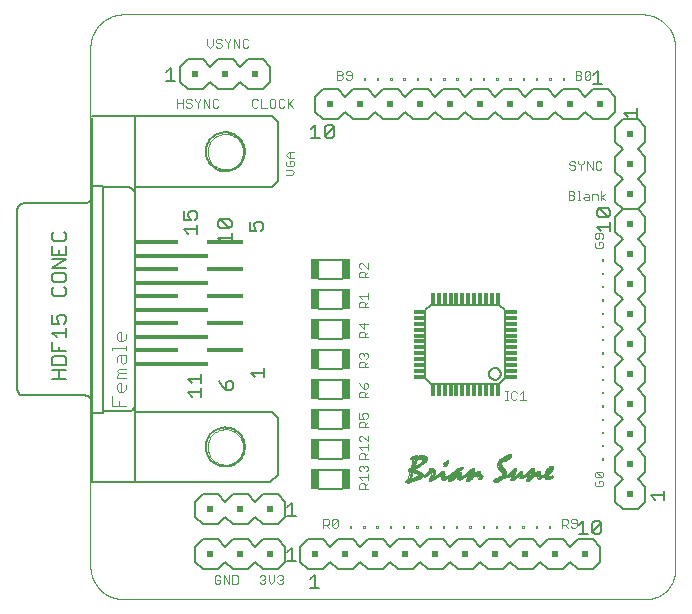
<source format=gto>
G75*
G70*
%OFA0B0*%
%FSLAX24Y24*%
%IPPOS*%
%LPD*%
%AMOC8*
5,1,8,0,0,1.08239X$1,22.5*
%
%ADD10C,0.0000*%
%ADD11C,0.0040*%
%ADD12R,0.0016X0.0016*%
%ADD13R,0.0047X0.0016*%
%ADD14R,0.0063X0.0016*%
%ADD15R,0.0031X0.0016*%
%ADD16R,0.0126X0.0016*%
%ADD17R,0.0079X0.0016*%
%ADD18R,0.0189X0.0016*%
%ADD19R,0.0252X0.0016*%
%ADD20R,0.0173X0.0016*%
%ADD21R,0.0283X0.0016*%
%ADD22R,0.0110X0.0016*%
%ADD23R,0.0094X0.0016*%
%ADD24R,0.0205X0.0016*%
%ADD25R,0.0299X0.0016*%
%ADD26R,0.0220X0.0016*%
%ADD27R,0.0331X0.0016*%
%ADD28R,0.0157X0.0016*%
%ADD29R,0.0362X0.0016*%
%ADD30R,0.0236X0.0016*%
%ADD31R,0.0142X0.0016*%
%ADD32R,0.0268X0.0016*%
%ADD33R,0.0315X0.0016*%
%ADD34R,0.0567X0.0016*%
%ADD35R,0.0535X0.0016*%
%ADD36R,0.0520X0.0016*%
%ADD37R,0.0488X0.0016*%
%ADD38R,0.0425X0.0016*%
%ADD39C,0.0060*%
%ADD40R,0.0394X0.0118*%
%ADD41R,0.0118X0.0394*%
%ADD42C,0.0050*%
%ADD43R,0.2402X0.0157*%
%ADD44R,0.1417X0.0157*%
%ADD45R,0.1220X0.0157*%
%ADD46R,0.0290X0.0690*%
%ADD47R,0.0200X0.0200*%
D10*
X002562Y001338D02*
X002562Y018602D01*
X002564Y018667D01*
X002570Y018732D01*
X002579Y018796D01*
X002592Y018860D01*
X002609Y018923D01*
X002629Y018984D01*
X002653Y019045D01*
X002681Y019104D01*
X002712Y019161D01*
X002746Y019216D01*
X002783Y019270D01*
X002824Y019321D01*
X002867Y019369D01*
X002913Y019415D01*
X002961Y019458D01*
X003012Y019499D01*
X003066Y019536D01*
X003121Y019570D01*
X003178Y019601D01*
X003237Y019629D01*
X003298Y019653D01*
X003359Y019673D01*
X003422Y019690D01*
X003486Y019703D01*
X003550Y019712D01*
X003615Y019718D01*
X003680Y019720D01*
X020944Y019720D01*
X021009Y019718D01*
X021074Y019712D01*
X021138Y019703D01*
X021202Y019690D01*
X021265Y019673D01*
X021326Y019653D01*
X021387Y019629D01*
X021446Y019601D01*
X021503Y019570D01*
X021558Y019536D01*
X021612Y019499D01*
X021663Y019458D01*
X021711Y019415D01*
X021757Y019369D01*
X021800Y019321D01*
X021841Y019270D01*
X021878Y019216D01*
X021912Y019161D01*
X021943Y019104D01*
X021971Y019045D01*
X021995Y018984D01*
X022015Y018923D01*
X022032Y018860D01*
X022045Y018796D01*
X022054Y018732D01*
X022060Y018667D01*
X022062Y018602D01*
X022062Y001220D01*
X022060Y001160D01*
X022055Y001099D01*
X022046Y001040D01*
X022033Y000981D01*
X022017Y000922D01*
X021997Y000865D01*
X021974Y000810D01*
X021947Y000755D01*
X021918Y000703D01*
X021885Y000652D01*
X021849Y000603D01*
X021811Y000557D01*
X021769Y000513D01*
X021725Y000471D01*
X021679Y000433D01*
X021630Y000397D01*
X021579Y000364D01*
X021527Y000335D01*
X021472Y000308D01*
X021417Y000285D01*
X021360Y000265D01*
X021301Y000249D01*
X021242Y000236D01*
X021183Y000227D01*
X021122Y000222D01*
X021062Y000220D01*
X003680Y000220D01*
X003615Y000222D01*
X003550Y000228D01*
X003486Y000237D01*
X003422Y000250D01*
X003359Y000267D01*
X003298Y000287D01*
X003237Y000311D01*
X003178Y000339D01*
X003121Y000370D01*
X003066Y000404D01*
X003012Y000441D01*
X002961Y000482D01*
X002913Y000525D01*
X002867Y000571D01*
X002824Y000619D01*
X002783Y000670D01*
X002746Y000724D01*
X002712Y000779D01*
X002681Y000836D01*
X002653Y000895D01*
X002629Y000956D01*
X002609Y001017D01*
X002592Y001080D01*
X002579Y001144D01*
X002570Y001208D01*
X002564Y001273D01*
X002562Y001338D01*
X006471Y005299D02*
X006473Y005347D01*
X006479Y005395D01*
X006489Y005442D01*
X006502Y005488D01*
X006520Y005533D01*
X006540Y005577D01*
X006565Y005619D01*
X006593Y005658D01*
X006623Y005695D01*
X006657Y005729D01*
X006694Y005761D01*
X006732Y005790D01*
X006773Y005815D01*
X006816Y005837D01*
X006861Y005855D01*
X006907Y005869D01*
X006954Y005880D01*
X007002Y005887D01*
X007050Y005890D01*
X007098Y005889D01*
X007146Y005884D01*
X007194Y005875D01*
X007240Y005863D01*
X007285Y005846D01*
X007329Y005826D01*
X007371Y005803D01*
X007411Y005776D01*
X007449Y005746D01*
X007484Y005713D01*
X007516Y005677D01*
X007546Y005639D01*
X007572Y005598D01*
X007594Y005555D01*
X007614Y005511D01*
X007629Y005466D01*
X007641Y005419D01*
X007649Y005371D01*
X007653Y005323D01*
X007653Y005275D01*
X007649Y005227D01*
X007641Y005179D01*
X007629Y005132D01*
X007614Y005087D01*
X007594Y005043D01*
X007572Y005000D01*
X007546Y004959D01*
X007516Y004921D01*
X007484Y004885D01*
X007449Y004852D01*
X007411Y004822D01*
X007371Y004795D01*
X007329Y004772D01*
X007285Y004752D01*
X007240Y004735D01*
X007194Y004723D01*
X007146Y004714D01*
X007098Y004709D01*
X007050Y004708D01*
X007002Y004711D01*
X006954Y004718D01*
X006907Y004729D01*
X006861Y004743D01*
X006816Y004761D01*
X006773Y004783D01*
X006732Y004808D01*
X006694Y004837D01*
X006657Y004869D01*
X006623Y004903D01*
X006593Y004940D01*
X006565Y004979D01*
X006540Y005021D01*
X006520Y005065D01*
X006502Y005110D01*
X006489Y005156D01*
X006479Y005203D01*
X006473Y005251D01*
X006471Y005299D01*
X006471Y015141D02*
X006473Y015189D01*
X006479Y015237D01*
X006489Y015284D01*
X006502Y015330D01*
X006520Y015375D01*
X006540Y015419D01*
X006565Y015461D01*
X006593Y015500D01*
X006623Y015537D01*
X006657Y015571D01*
X006694Y015603D01*
X006732Y015632D01*
X006773Y015657D01*
X006816Y015679D01*
X006861Y015697D01*
X006907Y015711D01*
X006954Y015722D01*
X007002Y015729D01*
X007050Y015732D01*
X007098Y015731D01*
X007146Y015726D01*
X007194Y015717D01*
X007240Y015705D01*
X007285Y015688D01*
X007329Y015668D01*
X007371Y015645D01*
X007411Y015618D01*
X007449Y015588D01*
X007484Y015555D01*
X007516Y015519D01*
X007546Y015481D01*
X007572Y015440D01*
X007594Y015397D01*
X007614Y015353D01*
X007629Y015308D01*
X007641Y015261D01*
X007649Y015213D01*
X007653Y015165D01*
X007653Y015117D01*
X007649Y015069D01*
X007641Y015021D01*
X007629Y014974D01*
X007614Y014929D01*
X007594Y014885D01*
X007572Y014842D01*
X007546Y014801D01*
X007516Y014763D01*
X007484Y014727D01*
X007449Y014694D01*
X007411Y014664D01*
X007371Y014637D01*
X007329Y014614D01*
X007285Y014594D01*
X007240Y014577D01*
X007194Y014565D01*
X007146Y014556D01*
X007098Y014551D01*
X007050Y014550D01*
X007002Y014553D01*
X006954Y014560D01*
X006907Y014571D01*
X006861Y014585D01*
X006816Y014603D01*
X006773Y014625D01*
X006732Y014650D01*
X006694Y014679D01*
X006657Y014711D01*
X006623Y014745D01*
X006593Y014782D01*
X006565Y014821D01*
X006540Y014863D01*
X006520Y014907D01*
X006502Y014952D01*
X006489Y014998D01*
X006479Y015045D01*
X006473Y015093D01*
X006471Y015141D01*
D11*
X006528Y016615D02*
X006528Y016895D01*
X006635Y016849D02*
X006635Y016662D01*
X006682Y016615D01*
X006776Y016615D01*
X006822Y016662D01*
X006822Y016849D02*
X006776Y016895D01*
X006682Y016895D01*
X006635Y016849D01*
X006528Y016615D02*
X006341Y016895D01*
X006341Y016615D01*
X006140Y016615D02*
X006140Y016755D01*
X006233Y016849D01*
X006233Y016895D01*
X006140Y016755D02*
X006046Y016849D01*
X006046Y016895D01*
X005938Y016849D02*
X005892Y016895D01*
X005798Y016895D01*
X005752Y016849D01*
X005752Y016802D01*
X005798Y016755D01*
X005892Y016755D01*
X005938Y016708D01*
X005938Y016662D01*
X005892Y016615D01*
X005798Y016615D01*
X005752Y016662D01*
X005644Y016615D02*
X005644Y016895D01*
X005644Y016755D02*
X005457Y016755D01*
X005457Y016615D02*
X005457Y016895D01*
X006550Y018615D02*
X006457Y018708D01*
X006457Y018895D01*
X006644Y018895D02*
X006644Y018708D01*
X006550Y018615D01*
X006752Y018662D02*
X006798Y018615D01*
X006892Y018615D01*
X006938Y018662D01*
X006938Y018708D01*
X006892Y018755D01*
X006798Y018755D01*
X006752Y018802D01*
X006752Y018849D01*
X006798Y018895D01*
X006892Y018895D01*
X006938Y018849D01*
X007046Y018849D02*
X007140Y018755D01*
X007140Y018615D01*
X007140Y018755D02*
X007233Y018849D01*
X007233Y018895D01*
X007341Y018895D02*
X007528Y018615D01*
X007528Y018895D01*
X007635Y018849D02*
X007635Y018662D01*
X007682Y018615D01*
X007776Y018615D01*
X007822Y018662D01*
X007822Y018849D02*
X007776Y018895D01*
X007682Y018895D01*
X007635Y018849D01*
X007341Y018895D02*
X007341Y018615D01*
X007046Y018849D02*
X007046Y018895D01*
X008004Y016895D02*
X007957Y016849D01*
X007957Y016662D01*
X008004Y016615D01*
X008097Y016615D01*
X008144Y016662D01*
X008252Y016615D02*
X008252Y016895D01*
X008144Y016849D02*
X008097Y016895D01*
X008004Y016895D01*
X008252Y016615D02*
X008438Y016615D01*
X008546Y016662D02*
X008546Y016849D01*
X008593Y016895D01*
X008686Y016895D01*
X008733Y016849D01*
X008733Y016662D01*
X008686Y016615D01*
X008593Y016615D01*
X008546Y016662D01*
X008841Y016662D02*
X008841Y016849D01*
X008888Y016895D01*
X008981Y016895D01*
X009028Y016849D01*
X009135Y016895D02*
X009135Y016615D01*
X009135Y016708D02*
X009322Y016895D01*
X009182Y016755D02*
X009322Y016615D01*
X009028Y016662D02*
X008981Y016615D01*
X008888Y016615D01*
X008841Y016662D01*
X009175Y015132D02*
X009082Y015039D01*
X009175Y014945D01*
X009362Y014945D01*
X009315Y014838D02*
X009362Y014791D01*
X009362Y014697D01*
X009315Y014651D01*
X009128Y014651D01*
X009082Y014697D01*
X009082Y014791D01*
X009128Y014838D01*
X009222Y014838D02*
X009222Y014744D01*
X009222Y014838D02*
X009315Y014838D01*
X009222Y014945D02*
X009222Y015132D01*
X009175Y015132D02*
X009362Y015132D01*
X009268Y014543D02*
X009082Y014543D01*
X009268Y014543D02*
X009362Y014449D01*
X009268Y014356D01*
X009082Y014356D01*
X011578Y011432D02*
X011532Y011385D01*
X011532Y011292D01*
X011578Y011245D01*
X011578Y011138D02*
X011672Y011138D01*
X011718Y011091D01*
X011718Y010951D01*
X011718Y011044D02*
X011812Y011138D01*
X011812Y011245D02*
X011625Y011432D01*
X011578Y011432D01*
X011812Y011432D02*
X011812Y011245D01*
X011578Y011138D02*
X011532Y011091D01*
X011532Y010951D01*
X011812Y010951D01*
X011812Y010432D02*
X011812Y010245D01*
X011812Y010339D02*
X011532Y010339D01*
X011625Y010245D01*
X011578Y010138D02*
X011672Y010138D01*
X011718Y010091D01*
X011718Y009951D01*
X011718Y010044D02*
X011812Y010138D01*
X011812Y009951D02*
X011532Y009951D01*
X011532Y010091D01*
X011578Y010138D01*
X011672Y009432D02*
X011672Y009245D01*
X011532Y009385D01*
X011812Y009385D01*
X011812Y009138D02*
X011718Y009044D01*
X011718Y009091D02*
X011718Y008951D01*
X011812Y008951D02*
X011532Y008951D01*
X011532Y009091D01*
X011578Y009138D01*
X011672Y009138D01*
X011718Y009091D01*
X011718Y008432D02*
X011765Y008432D01*
X011812Y008385D01*
X011812Y008292D01*
X011765Y008245D01*
X011812Y008138D02*
X011718Y008044D01*
X011718Y008091D02*
X011718Y007951D01*
X011812Y007951D02*
X011532Y007951D01*
X011532Y008091D01*
X011578Y008138D01*
X011672Y008138D01*
X011718Y008091D01*
X011578Y008245D02*
X011532Y008292D01*
X011532Y008385D01*
X011578Y008432D01*
X011625Y008432D01*
X011672Y008385D01*
X011718Y008432D01*
X011672Y008385D02*
X011672Y008339D01*
X011718Y007432D02*
X011672Y007385D01*
X011672Y007245D01*
X011765Y007245D01*
X011812Y007292D01*
X011812Y007385D01*
X011765Y007432D01*
X011718Y007432D01*
X011578Y007339D02*
X011672Y007245D01*
X011672Y007138D02*
X011578Y007138D01*
X011532Y007091D01*
X011532Y006951D01*
X011812Y006951D01*
X011718Y006951D02*
X011718Y007091D01*
X011672Y007138D01*
X011718Y007044D02*
X011812Y007138D01*
X011578Y007339D02*
X011532Y007432D01*
X011532Y006432D02*
X011532Y006245D01*
X011672Y006245D01*
X011625Y006339D01*
X011625Y006385D01*
X011672Y006432D01*
X011765Y006432D01*
X011812Y006385D01*
X011812Y006292D01*
X011765Y006245D01*
X011812Y006138D02*
X011718Y006044D01*
X011718Y006091D02*
X011718Y005951D01*
X011812Y005951D02*
X011532Y005951D01*
X011532Y006091D01*
X011578Y006138D01*
X011672Y006138D01*
X011718Y006091D01*
X011625Y005682D02*
X011578Y005682D01*
X011532Y005635D01*
X011532Y005542D01*
X011578Y005495D01*
X011625Y005682D02*
X011812Y005495D01*
X011812Y005682D01*
X011812Y005388D02*
X011812Y005201D01*
X011812Y005294D02*
X011532Y005294D01*
X011625Y005201D01*
X011578Y005093D02*
X011672Y005093D01*
X011718Y005046D01*
X011718Y004906D01*
X011718Y004999D02*
X011812Y005093D01*
X011812Y004906D02*
X011532Y004906D01*
X011532Y005046D01*
X011578Y005093D01*
X011578Y004682D02*
X011625Y004682D01*
X011672Y004635D01*
X011718Y004682D01*
X011765Y004682D01*
X011812Y004635D01*
X011812Y004542D01*
X011765Y004495D01*
X011812Y004388D02*
X011812Y004201D01*
X011812Y004294D02*
X011532Y004294D01*
X011625Y004201D01*
X011578Y004093D02*
X011672Y004093D01*
X011718Y004046D01*
X011718Y003906D01*
X011718Y003999D02*
X011812Y004093D01*
X011812Y003906D02*
X011532Y003906D01*
X011532Y004046D01*
X011578Y004093D01*
X011578Y004495D02*
X011532Y004542D01*
X011532Y004635D01*
X011578Y004682D01*
X011672Y004635D02*
X011672Y004589D01*
X010767Y002895D02*
X010673Y002895D01*
X010627Y002849D01*
X010627Y002662D01*
X010813Y002849D01*
X010813Y002662D01*
X010767Y002615D01*
X010673Y002615D01*
X010627Y002662D01*
X010519Y002615D02*
X010425Y002708D01*
X010472Y002708D02*
X010332Y002708D01*
X010332Y002615D02*
X010332Y002895D01*
X010472Y002895D01*
X010519Y002849D01*
X010519Y002755D01*
X010472Y002708D01*
X010767Y002895D02*
X010813Y002849D01*
X011216Y002662D02*
X011263Y002662D01*
X011263Y002615D01*
X011216Y002615D01*
X011216Y002662D01*
X011658Y002662D02*
X011705Y002662D01*
X011705Y002615D01*
X011658Y002615D01*
X011658Y002662D01*
X012100Y002662D02*
X012147Y002662D01*
X012147Y002615D01*
X012100Y002615D01*
X012100Y002662D01*
X012542Y002662D02*
X012588Y002662D01*
X012588Y002615D01*
X012542Y002615D01*
X012542Y002662D01*
X012984Y002662D02*
X013030Y002662D01*
X013030Y002615D01*
X012984Y002615D01*
X012984Y002662D01*
X013426Y002662D02*
X013472Y002662D01*
X013472Y002615D01*
X013426Y002615D01*
X013426Y002662D01*
X013868Y002662D02*
X013914Y002662D01*
X013914Y002615D01*
X013868Y002615D01*
X013868Y002662D01*
X014310Y002662D02*
X014356Y002662D01*
X014356Y002615D01*
X014310Y002615D01*
X014310Y002662D01*
X014752Y002662D02*
X014798Y002662D01*
X014798Y002615D01*
X014752Y002615D01*
X014752Y002662D01*
X015194Y002662D02*
X015240Y002662D01*
X015240Y002615D01*
X015194Y002615D01*
X015194Y002662D01*
X015636Y002662D02*
X015682Y002662D01*
X015682Y002615D01*
X015636Y002615D01*
X015636Y002662D01*
X016078Y002662D02*
X016124Y002662D01*
X016124Y002615D01*
X016078Y002615D01*
X016078Y002662D01*
X016520Y002662D02*
X016566Y002662D01*
X016566Y002615D01*
X016520Y002615D01*
X016520Y002662D01*
X016962Y002662D02*
X017008Y002662D01*
X017008Y002615D01*
X016962Y002615D01*
X016962Y002662D01*
X017404Y002662D02*
X017450Y002662D01*
X017450Y002615D01*
X017404Y002615D01*
X017404Y002662D01*
X017846Y002662D02*
X017892Y002662D01*
X017892Y002615D01*
X017846Y002615D01*
X017846Y002662D01*
X018287Y002708D02*
X018428Y002708D01*
X018474Y002755D01*
X018474Y002849D01*
X018428Y002895D01*
X018287Y002895D01*
X018287Y002615D01*
X018381Y002708D02*
X018474Y002615D01*
X018582Y002662D02*
X018629Y002615D01*
X018722Y002615D01*
X018769Y002662D01*
X018769Y002849D01*
X018722Y002895D01*
X018629Y002895D01*
X018582Y002849D01*
X018582Y002802D01*
X018629Y002755D01*
X018769Y002755D01*
X019433Y003990D02*
X019620Y003990D01*
X019667Y004037D01*
X019667Y004130D01*
X019620Y004177D01*
X019527Y004177D01*
X019527Y004083D01*
X019433Y003990D02*
X019387Y004037D01*
X019387Y004130D01*
X019433Y004177D01*
X019433Y004285D02*
X019387Y004331D01*
X019387Y004425D01*
X019433Y004471D01*
X019620Y004285D01*
X019667Y004331D01*
X019667Y004425D01*
X019620Y004471D01*
X019433Y004471D01*
X019433Y004285D02*
X019620Y004285D01*
X019620Y004874D02*
X019620Y004921D01*
X019667Y004921D01*
X019667Y004874D01*
X019620Y004874D01*
X019620Y005316D02*
X019620Y005363D01*
X019667Y005363D01*
X019667Y005316D01*
X019620Y005316D01*
X019620Y005758D02*
X019620Y005805D01*
X019667Y005805D01*
X019667Y005758D01*
X019620Y005758D01*
X019620Y006200D02*
X019620Y006247D01*
X019667Y006247D01*
X019667Y006200D01*
X019620Y006200D01*
X019620Y006642D02*
X019620Y006689D01*
X019667Y006689D01*
X019667Y006642D01*
X019620Y006642D01*
X019620Y007084D02*
X019620Y007131D01*
X019667Y007131D01*
X019667Y007084D01*
X019620Y007084D01*
X019620Y007526D02*
X019620Y007573D01*
X019667Y007573D01*
X019667Y007526D01*
X019620Y007526D01*
X019620Y007968D02*
X019620Y008015D01*
X019667Y008015D01*
X019667Y007968D01*
X019620Y007968D01*
X019620Y008410D02*
X019620Y008456D01*
X019667Y008456D01*
X019667Y008410D01*
X019620Y008410D01*
X019620Y008852D02*
X019620Y008898D01*
X019667Y008898D01*
X019667Y008852D01*
X019620Y008852D01*
X019620Y009294D02*
X019620Y009340D01*
X019667Y009340D01*
X019667Y009294D01*
X019620Y009294D01*
X019620Y009736D02*
X019620Y009782D01*
X019667Y009782D01*
X019667Y009736D01*
X019620Y009736D01*
X019620Y010178D02*
X019620Y010224D01*
X019667Y010224D01*
X019667Y010178D01*
X019620Y010178D01*
X019620Y010620D02*
X019620Y010666D01*
X019667Y010666D01*
X019667Y010620D01*
X019620Y010620D01*
X019620Y011062D02*
X019620Y011108D01*
X019667Y011108D01*
X019667Y011062D01*
X019620Y011062D01*
X019620Y011504D02*
X019620Y011550D01*
X019667Y011550D01*
X019667Y011504D01*
X019620Y011504D01*
X019620Y011946D02*
X019433Y011946D01*
X019387Y011992D01*
X019387Y012086D01*
X019433Y012132D01*
X019527Y012132D02*
X019527Y012039D01*
X019527Y012132D02*
X019620Y012132D01*
X019667Y012086D01*
X019667Y011992D01*
X019620Y011946D01*
X019620Y012240D02*
X019667Y012287D01*
X019667Y012380D01*
X019620Y012427D01*
X019433Y012427D01*
X019387Y012380D01*
X019387Y012287D01*
X019433Y012240D01*
X019480Y012240D01*
X019527Y012287D01*
X019527Y012427D01*
X019479Y013545D02*
X019479Y013685D01*
X019432Y013732D01*
X019292Y013732D01*
X019292Y013545D01*
X019184Y013545D02*
X019044Y013545D01*
X018997Y013592D01*
X019044Y013638D01*
X019184Y013638D01*
X019184Y013685D02*
X019184Y013545D01*
X019184Y013685D02*
X019137Y013732D01*
X019044Y013732D01*
X018847Y013825D02*
X018847Y013545D01*
X018801Y013545D02*
X018894Y013545D01*
X018693Y013592D02*
X018646Y013545D01*
X018506Y013545D01*
X018506Y013825D01*
X018646Y013825D01*
X018693Y013779D01*
X018693Y013732D01*
X018646Y013685D01*
X018506Y013685D01*
X018646Y013685D02*
X018693Y013638D01*
X018693Y013592D01*
X018801Y013825D02*
X018847Y013825D01*
X018916Y014545D02*
X018916Y014685D01*
X019010Y014779D01*
X019010Y014825D01*
X019118Y014825D02*
X019304Y014545D01*
X019304Y014825D01*
X019412Y014779D02*
X019412Y014592D01*
X019459Y014545D01*
X019552Y014545D01*
X019599Y014592D01*
X019599Y014779D02*
X019552Y014825D01*
X019459Y014825D01*
X019412Y014779D01*
X019118Y014825D02*
X019118Y014545D01*
X018916Y014685D02*
X018823Y014779D01*
X018823Y014825D01*
X018715Y014779D02*
X018668Y014825D01*
X018575Y014825D01*
X018528Y014779D01*
X018528Y014732D01*
X018575Y014685D01*
X018668Y014685D01*
X018715Y014638D01*
X018715Y014592D01*
X018668Y014545D01*
X018575Y014545D01*
X018528Y014592D01*
X019586Y013825D02*
X019586Y013545D01*
X019586Y013638D02*
X019726Y013732D01*
X019586Y013638D02*
X019726Y013545D01*
X019177Y017545D02*
X019084Y017545D01*
X019037Y017592D01*
X019224Y017779D01*
X019224Y017592D01*
X019177Y017545D01*
X019037Y017592D02*
X019037Y017779D01*
X019084Y017825D01*
X019177Y017825D01*
X019224Y017779D01*
X018929Y017779D02*
X018929Y017732D01*
X018883Y017685D01*
X018743Y017685D01*
X018883Y017685D02*
X018929Y017638D01*
X018929Y017592D01*
X018883Y017545D01*
X018743Y017545D01*
X018743Y017825D01*
X018883Y017825D01*
X018929Y017779D01*
X018347Y017592D02*
X018347Y017545D01*
X018301Y017545D01*
X018301Y017592D01*
X018347Y017592D01*
X017905Y017592D02*
X017905Y017545D01*
X017859Y017545D01*
X017859Y017592D01*
X017905Y017592D01*
X017463Y017592D02*
X017463Y017545D01*
X017417Y017545D01*
X017417Y017592D01*
X017463Y017592D01*
X017021Y017592D02*
X017021Y017545D01*
X016975Y017545D01*
X016975Y017592D01*
X017021Y017592D01*
X016579Y017592D02*
X016579Y017545D01*
X016533Y017545D01*
X016533Y017592D01*
X016579Y017592D01*
X016137Y017592D02*
X016137Y017545D01*
X016091Y017545D01*
X016091Y017592D01*
X016137Y017592D01*
X015695Y017592D02*
X015695Y017545D01*
X015649Y017545D01*
X015649Y017592D01*
X015695Y017592D01*
X015253Y017592D02*
X015253Y017545D01*
X015207Y017545D01*
X015207Y017592D01*
X015253Y017592D01*
X014811Y017592D02*
X014811Y017545D01*
X014765Y017545D01*
X014765Y017592D01*
X014811Y017592D01*
X014370Y017592D02*
X014370Y017545D01*
X014323Y017545D01*
X014323Y017592D01*
X014370Y017592D01*
X013928Y017592D02*
X013928Y017545D01*
X013881Y017545D01*
X013881Y017592D01*
X013928Y017592D01*
X013486Y017592D02*
X013486Y017545D01*
X013439Y017545D01*
X013439Y017592D01*
X013486Y017592D01*
X013044Y017592D02*
X013044Y017545D01*
X012997Y017545D01*
X012997Y017592D01*
X013044Y017592D01*
X012602Y017592D02*
X012602Y017545D01*
X012555Y017545D01*
X012555Y017592D01*
X012602Y017592D01*
X012160Y017592D02*
X012160Y017545D01*
X012113Y017545D01*
X012113Y017592D01*
X012160Y017592D01*
X011718Y017592D02*
X011718Y017545D01*
X011671Y017545D01*
X011671Y017592D01*
X011718Y017592D01*
X011268Y017592D02*
X011222Y017545D01*
X011128Y017545D01*
X011082Y017592D01*
X011128Y017685D02*
X011268Y017685D01*
X011268Y017592D02*
X011268Y017779D01*
X011222Y017825D01*
X011128Y017825D01*
X011082Y017779D01*
X011082Y017732D01*
X011128Y017685D01*
X010974Y017638D02*
X010974Y017592D01*
X010927Y017545D01*
X010787Y017545D01*
X010787Y017825D01*
X010927Y017825D01*
X010974Y017779D01*
X010974Y017732D01*
X010927Y017685D01*
X010787Y017685D01*
X010927Y017685D02*
X010974Y017638D01*
X003742Y009060D02*
X003742Y008906D01*
X003665Y008830D01*
X003512Y008830D01*
X003435Y008906D01*
X003435Y009060D01*
X003512Y009137D01*
X003588Y009137D01*
X003588Y008830D01*
X003742Y008676D02*
X003742Y008523D01*
X003742Y008599D02*
X003281Y008599D01*
X003281Y008523D01*
X003435Y008292D02*
X003512Y008369D01*
X003742Y008369D01*
X003742Y008139D01*
X003665Y008062D01*
X003588Y008139D01*
X003588Y008369D01*
X003435Y008292D02*
X003435Y008139D01*
X003512Y007909D02*
X003742Y007909D01*
X003742Y007755D02*
X003512Y007755D01*
X003435Y007832D01*
X003512Y007909D01*
X003512Y007755D02*
X003435Y007679D01*
X003435Y007602D01*
X003742Y007602D01*
X003588Y007448D02*
X003512Y007448D01*
X003435Y007372D01*
X003435Y007218D01*
X003512Y007141D01*
X003665Y007141D01*
X003742Y007218D01*
X003742Y007372D01*
X003588Y007448D02*
X003588Y007141D01*
X003512Y006835D02*
X003512Y006681D01*
X003742Y006681D02*
X003281Y006681D01*
X003281Y006988D01*
X006754Y001020D02*
X006707Y000974D01*
X006707Y000787D01*
X006754Y000740D01*
X006847Y000740D01*
X006894Y000787D01*
X006894Y000880D01*
X006800Y000880D01*
X006894Y000974D02*
X006847Y001020D01*
X006754Y001020D01*
X007002Y001020D02*
X007188Y000740D01*
X007188Y001020D01*
X007296Y001020D02*
X007436Y001020D01*
X007483Y000974D01*
X007483Y000787D01*
X007436Y000740D01*
X007296Y000740D01*
X007296Y001020D01*
X007002Y001020D02*
X007002Y000740D01*
X008207Y000787D02*
X008254Y000740D01*
X008347Y000740D01*
X008394Y000787D01*
X008394Y000833D01*
X008347Y000880D01*
X008300Y000880D01*
X008347Y000880D02*
X008394Y000927D01*
X008394Y000974D01*
X008347Y001020D01*
X008254Y001020D01*
X008207Y000974D01*
X008502Y001020D02*
X008502Y000833D01*
X008595Y000740D01*
X008688Y000833D01*
X008688Y001020D01*
X008796Y000974D02*
X008843Y001020D01*
X008936Y001020D01*
X008983Y000974D01*
X008983Y000927D01*
X008936Y000880D01*
X008983Y000833D01*
X008983Y000787D01*
X008936Y000740D01*
X008843Y000740D01*
X008796Y000787D01*
X008890Y000880D02*
X008936Y000880D01*
X016396Y006870D02*
X016490Y006870D01*
X016443Y006870D02*
X016443Y007150D01*
X016396Y007150D02*
X016490Y007150D01*
X016593Y007104D02*
X016593Y006917D01*
X016639Y006870D01*
X016733Y006870D01*
X016779Y006917D01*
X016887Y006870D02*
X017074Y006870D01*
X016981Y006870D02*
X016981Y007150D01*
X016887Y007057D01*
X016779Y007104D02*
X016733Y007150D01*
X016639Y007150D01*
X016593Y007104D01*
D12*
X016593Y005039D03*
X016578Y005039D03*
X016562Y005039D03*
X016546Y005023D03*
X016530Y005023D03*
X016515Y005023D03*
X016515Y005007D03*
X016499Y005007D03*
X016483Y005007D03*
X016467Y004992D03*
X016452Y004992D03*
X016436Y004992D03*
X016436Y004976D03*
X016420Y004976D03*
X016404Y004960D03*
X016389Y004960D03*
X016373Y004944D03*
X016357Y004944D03*
X016341Y004929D03*
X016326Y004913D03*
X016310Y004913D03*
X016294Y004897D03*
X016278Y004881D03*
X016263Y004881D03*
X016263Y004866D03*
X016247Y004866D03*
X016247Y004850D03*
X016231Y004850D03*
X016231Y004834D03*
X016215Y004834D03*
X016215Y004818D03*
X016200Y004803D03*
X016200Y004787D03*
X016184Y004787D03*
X016184Y004771D03*
X016168Y004755D03*
X016168Y004740D03*
X016152Y004724D03*
X016152Y004708D03*
X016152Y004692D03*
X016152Y004677D03*
X016152Y004661D03*
X016152Y004645D03*
X016152Y004629D03*
X016152Y004614D03*
X016168Y004598D03*
X016184Y004582D03*
X016184Y004566D03*
X016200Y004551D03*
X016200Y004535D03*
X016215Y004519D03*
X016231Y004503D03*
X016247Y004488D03*
X016263Y004472D03*
X016263Y004456D03*
X016278Y004456D03*
X016278Y004440D03*
X016294Y004425D03*
X016310Y004409D03*
X016310Y004393D03*
X016326Y004377D03*
X016326Y004362D03*
X016326Y004346D03*
X016326Y004330D03*
X016326Y004314D03*
X016310Y004314D03*
X016310Y004299D03*
X016294Y004299D03*
X016294Y004283D03*
X016278Y004283D03*
X016263Y004283D03*
X016247Y004283D03*
X016231Y004283D03*
X016215Y004267D03*
X016200Y004267D03*
X016184Y004251D03*
X016168Y004251D03*
X016152Y004236D03*
X016137Y004236D03*
X016121Y004236D03*
X016121Y004220D03*
X016105Y004220D03*
X016089Y004220D03*
X016074Y004204D03*
X016058Y004204D03*
X016058Y004189D03*
X016042Y004189D03*
X016042Y004173D03*
X016026Y004173D03*
X016026Y004157D03*
X016026Y004141D03*
X016026Y004126D03*
X016042Y004126D03*
X016042Y004110D03*
X016058Y004110D03*
X016074Y004094D03*
X016089Y004094D03*
X016105Y004094D03*
X016121Y004094D03*
X016137Y004094D03*
X016152Y004110D03*
X016168Y004110D03*
X016184Y004126D03*
X016200Y004126D03*
X016215Y004126D03*
X016215Y004141D03*
X016231Y004141D03*
X016247Y004157D03*
X016263Y004157D03*
X016278Y004173D03*
X016294Y004173D03*
X016294Y004189D03*
X016310Y004189D03*
X016326Y004204D03*
X016341Y004220D03*
X016357Y004220D03*
X016357Y004236D03*
X016373Y004236D03*
X016389Y004236D03*
X016404Y004236D03*
X016436Y004251D03*
X016452Y004251D03*
X016467Y004251D03*
X016483Y004251D03*
X016483Y004283D03*
X016483Y004299D03*
X016515Y004299D03*
X016515Y004283D03*
X016530Y004283D03*
X016530Y004267D03*
X016515Y004267D03*
X016546Y004267D03*
X016546Y004283D03*
X016562Y004299D03*
X016593Y004299D03*
X016530Y004346D03*
X016515Y004346D03*
X016515Y004330D03*
X016499Y004330D03*
X016467Y004330D03*
X016452Y004330D03*
X016452Y004346D03*
X016452Y004362D03*
X016452Y004425D03*
X016452Y004440D03*
X016452Y004456D03*
X016436Y004472D03*
X016420Y004488D03*
X016420Y004503D03*
X016404Y004519D03*
X016389Y004535D03*
X016389Y004551D03*
X016373Y004551D03*
X016373Y004566D03*
X016357Y004582D03*
X016357Y004598D03*
X016341Y004598D03*
X016341Y004614D03*
X016326Y004629D03*
X016326Y004645D03*
X016310Y004661D03*
X016310Y004677D03*
X016294Y004692D03*
X016294Y004708D03*
X016294Y004724D03*
X016294Y004740D03*
X016294Y004755D03*
X016310Y004771D03*
X016310Y004787D03*
X016326Y004787D03*
X016326Y004803D03*
X016341Y004803D03*
X016341Y004818D03*
X016357Y004818D03*
X016373Y004818D03*
X016373Y004803D03*
X016373Y004834D03*
X016357Y004834D03*
X016404Y004866D03*
X016420Y004866D03*
X016420Y004881D03*
X016436Y004818D03*
X016436Y004803D03*
X016420Y004803D03*
X016452Y004818D03*
X016467Y004834D03*
X016483Y004834D03*
X016499Y004850D03*
X016515Y004850D03*
X016515Y004866D03*
X016530Y004866D03*
X016546Y004881D03*
X016562Y004881D03*
X016562Y004897D03*
X016578Y004897D03*
X016593Y004913D03*
X016609Y004929D03*
X016609Y004944D03*
X016625Y004960D03*
X016625Y004976D03*
X016625Y004992D03*
X016625Y005007D03*
X016625Y005023D03*
X016609Y005039D03*
X016751Y004566D03*
X016767Y004566D03*
X016782Y004566D03*
X016798Y004566D03*
X016798Y004551D03*
X016798Y004535D03*
X016798Y004519D03*
X016782Y004503D03*
X016782Y004488D03*
X016767Y004472D03*
X016767Y004456D03*
X016751Y004440D03*
X016751Y004425D03*
X016735Y004409D03*
X016735Y004393D03*
X016735Y004377D03*
X016719Y004362D03*
X016719Y004346D03*
X016719Y004330D03*
X016704Y004314D03*
X016704Y004299D03*
X016704Y004283D03*
X016704Y004267D03*
X016719Y004267D03*
X016735Y004267D03*
X016735Y004283D03*
X016751Y004283D03*
X016767Y004299D03*
X016782Y004314D03*
X016798Y004330D03*
X016814Y004346D03*
X016814Y004362D03*
X016830Y004362D03*
X016830Y004377D03*
X016845Y004377D03*
X016845Y004393D03*
X016861Y004393D03*
X016861Y004409D03*
X016877Y004425D03*
X016893Y004440D03*
X016908Y004456D03*
X016924Y004456D03*
X016940Y004456D03*
X016956Y004456D03*
X016971Y004456D03*
X016971Y004393D03*
X016971Y004377D03*
X016971Y004362D03*
X016971Y004346D03*
X016971Y004330D03*
X016987Y004330D03*
X017019Y004330D03*
X017034Y004314D03*
X017034Y004299D03*
X017034Y004283D03*
X017034Y004267D03*
X017034Y004251D03*
X017019Y004251D03*
X017003Y004236D03*
X016987Y004236D03*
X016971Y004220D03*
X016956Y004220D03*
X016940Y004220D03*
X016924Y004220D03*
X016908Y004220D03*
X016893Y004220D03*
X016877Y004236D03*
X016861Y004251D03*
X016861Y004267D03*
X016861Y004283D03*
X016845Y004299D03*
X016830Y004283D03*
X016814Y004267D03*
X016798Y004251D03*
X016782Y004236D03*
X016767Y004220D03*
X016751Y004204D03*
X016735Y004189D03*
X016719Y004173D03*
X016704Y004173D03*
X016688Y004157D03*
X016672Y004157D03*
X016625Y004157D03*
X016609Y004157D03*
X016593Y004173D03*
X016593Y004189D03*
X016546Y004362D03*
X016546Y004377D03*
X016562Y004377D03*
X016562Y004393D03*
X016578Y004393D03*
X016578Y004409D03*
X016593Y004409D03*
X016593Y004425D03*
X016609Y004425D03*
X016609Y004440D03*
X016625Y004440D03*
X016625Y004456D03*
X016641Y004456D03*
X016641Y004472D03*
X016656Y004472D03*
X016656Y004488D03*
X016672Y004488D03*
X016672Y004503D03*
X016688Y004519D03*
X016704Y004535D03*
X016719Y004551D03*
X016735Y004551D03*
X016530Y004362D03*
X017050Y004330D03*
X017050Y004314D03*
X017050Y004299D03*
X017066Y004283D03*
X017082Y004283D03*
X017097Y004283D03*
X017082Y004267D03*
X017066Y004267D03*
X017113Y004299D03*
X017129Y004299D03*
X017129Y004314D03*
X017145Y004314D03*
X017145Y004330D03*
X017160Y004330D03*
X017176Y004346D03*
X017192Y004362D03*
X017208Y004346D03*
X017208Y004330D03*
X017192Y004314D03*
X017192Y004299D03*
X017176Y004283D03*
X017176Y004267D03*
X017160Y004251D03*
X017160Y004236D03*
X017145Y004220D03*
X017145Y004204D03*
X017129Y004189D03*
X017129Y004173D03*
X017129Y004157D03*
X017129Y004141D03*
X017129Y004126D03*
X017176Y004126D03*
X017192Y004126D03*
X017208Y004126D03*
X017208Y004141D03*
X017223Y004141D03*
X017223Y004157D03*
X017239Y004157D03*
X017255Y004173D03*
X017271Y004189D03*
X017286Y004204D03*
X017302Y004220D03*
X017318Y004236D03*
X017334Y004251D03*
X017349Y004267D03*
X017365Y004267D03*
X017365Y004283D03*
X017381Y004283D03*
X017397Y004299D03*
X017412Y004299D03*
X017412Y004314D03*
X017428Y004314D03*
X017444Y004330D03*
X017460Y004330D03*
X017460Y004314D03*
X017475Y004299D03*
X017475Y004283D03*
X017491Y004267D03*
X017491Y004251D03*
X017491Y004236D03*
X017507Y004236D03*
X017507Y004220D03*
X017523Y004204D03*
X017538Y004204D03*
X017554Y004204D03*
X017570Y004204D03*
X017586Y004204D03*
X017601Y004220D03*
X017617Y004220D03*
X017617Y004236D03*
X017633Y004236D03*
X017649Y004251D03*
X017664Y004251D03*
X017664Y004267D03*
X017664Y004283D03*
X017680Y004283D03*
X017680Y004299D03*
X017680Y004314D03*
X017680Y004330D03*
X017696Y004346D03*
X017711Y004362D03*
X017727Y004377D03*
X017743Y004393D03*
X017743Y004409D03*
X017743Y004425D03*
X017759Y004440D03*
X017759Y004456D03*
X017774Y004472D03*
X017774Y004488D03*
X017790Y004503D03*
X017790Y004519D03*
X017806Y004519D03*
X017806Y004535D03*
X017822Y004551D03*
X017837Y004566D03*
X017853Y004582D03*
X017869Y004598D03*
X017885Y004614D03*
X017900Y004629D03*
X017916Y004629D03*
X017932Y004645D03*
X017948Y004645D03*
X017995Y004645D03*
X018011Y004645D03*
X018011Y004629D03*
X018026Y004614D03*
X018026Y004598D03*
X018026Y004582D03*
X018026Y004566D03*
X018011Y004551D03*
X018011Y004535D03*
X018011Y004519D03*
X017995Y004519D03*
X017995Y004503D03*
X017979Y004488D03*
X017979Y004472D03*
X017963Y004472D03*
X017963Y004456D03*
X017948Y004456D03*
X017948Y004440D03*
X017932Y004440D03*
X017932Y004425D03*
X017916Y004425D03*
X017916Y004409D03*
X017900Y004409D03*
X017900Y004393D03*
X017885Y004393D03*
X017885Y004377D03*
X017869Y004377D03*
X017869Y004362D03*
X017853Y004362D03*
X017837Y004346D03*
X017837Y004330D03*
X017837Y004314D03*
X017853Y004299D03*
X017869Y004299D03*
X017916Y004299D03*
X017932Y004299D03*
X017948Y004314D03*
X017963Y004314D03*
X017979Y004314D03*
X017995Y004314D03*
X017995Y004330D03*
X018011Y004299D03*
X018011Y004283D03*
X018011Y004267D03*
X018011Y004251D03*
X017995Y004251D03*
X017979Y004236D03*
X017963Y004220D03*
X017948Y004220D03*
X017932Y004204D03*
X017916Y004204D03*
X017900Y004189D03*
X017885Y004189D03*
X017869Y004189D03*
X017853Y004189D03*
X017790Y004189D03*
X017774Y004189D03*
X017759Y004204D03*
X017743Y004220D03*
X017743Y004236D03*
X017743Y004251D03*
X017727Y004267D03*
X017711Y004267D03*
X017696Y004267D03*
X017649Y004314D03*
X017633Y004314D03*
X017617Y004314D03*
X017601Y004314D03*
X017601Y004330D03*
X017601Y004346D03*
X017586Y004377D03*
X017586Y004393D03*
X017586Y004409D03*
X017586Y004425D03*
X017570Y004440D03*
X017570Y004456D03*
X017554Y004456D03*
X017507Y004456D03*
X017491Y004456D03*
X017475Y004456D03*
X017460Y004440D03*
X017444Y004440D03*
X017444Y004425D03*
X017428Y004425D03*
X017412Y004409D03*
X017397Y004393D03*
X017381Y004377D03*
X017365Y004362D03*
X017349Y004377D03*
X017334Y004377D03*
X017334Y004362D03*
X017334Y004346D03*
X017349Y004346D03*
X017334Y004330D03*
X017318Y004330D03*
X017318Y004314D03*
X017302Y004314D03*
X017318Y004346D03*
X017349Y004393D03*
X017349Y004409D03*
X017365Y004409D03*
X017365Y004425D03*
X017365Y004440D03*
X017381Y004440D03*
X017381Y004456D03*
X017381Y004472D03*
X017397Y004488D03*
X017397Y004503D03*
X017397Y004519D03*
X017397Y004535D03*
X017397Y004551D03*
X017381Y004566D03*
X017334Y004566D03*
X017318Y004566D03*
X017302Y004551D03*
X017286Y004551D03*
X017286Y004535D03*
X017271Y004535D03*
X017271Y004519D03*
X017255Y004519D03*
X017255Y004503D03*
X017239Y004503D03*
X017239Y004488D03*
X017223Y004488D03*
X017208Y004472D03*
X017192Y004456D03*
X017176Y004440D03*
X017160Y004425D03*
X017145Y004409D03*
X017129Y004393D03*
X017113Y004377D03*
X017097Y004377D03*
X017097Y004362D03*
X017082Y004362D03*
X017082Y004346D03*
X017066Y004346D03*
X017066Y004330D03*
X017223Y004362D03*
X017853Y004440D03*
X017853Y004456D03*
X017869Y004456D03*
X017869Y004472D03*
X017885Y004472D03*
X017885Y004488D03*
X017885Y004503D03*
X017900Y004503D03*
X017900Y004488D03*
X017916Y004503D03*
X017916Y004519D03*
X017900Y004519D03*
X015664Y004299D03*
X015664Y004283D03*
X015664Y004267D03*
X015664Y004251D03*
X015649Y004251D03*
X015633Y004236D03*
X015617Y004220D03*
X015601Y004220D03*
X015601Y004204D03*
X015586Y004204D03*
X015538Y004204D03*
X015523Y004204D03*
X015523Y004220D03*
X015507Y004220D03*
X015507Y004236D03*
X015491Y004251D03*
X015491Y004267D03*
X015491Y004283D03*
X015475Y004283D03*
X015475Y004299D03*
X015460Y004314D03*
X015460Y004330D03*
X015444Y004330D03*
X015428Y004314D03*
X015412Y004314D03*
X015412Y004299D03*
X015397Y004299D03*
X015381Y004283D03*
X015365Y004267D03*
X015349Y004267D03*
X015334Y004251D03*
X015334Y004236D03*
X015318Y004236D03*
X015318Y004220D03*
X015302Y004220D03*
X015302Y004204D03*
X015286Y004204D03*
X015271Y004189D03*
X015255Y004173D03*
X015239Y004157D03*
X015223Y004141D03*
X015208Y004141D03*
X015208Y004126D03*
X015192Y004126D03*
X015145Y004126D03*
X015129Y004126D03*
X015129Y004141D03*
X015129Y004157D03*
X015129Y004173D03*
X015129Y004189D03*
X015145Y004189D03*
X015145Y004204D03*
X015145Y004220D03*
X015160Y004220D03*
X015160Y004236D03*
X015160Y004251D03*
X015176Y004267D03*
X015176Y004283D03*
X015192Y004299D03*
X015192Y004314D03*
X015208Y004330D03*
X015208Y004346D03*
X015208Y004362D03*
X015223Y004362D03*
X015223Y004377D03*
X015208Y004377D03*
X015192Y004362D03*
X015176Y004346D03*
X015160Y004330D03*
X015145Y004314D03*
X015129Y004314D03*
X015129Y004299D03*
X015113Y004299D03*
X015113Y004283D03*
X015097Y004283D03*
X015082Y004283D03*
X015082Y004267D03*
X015097Y004267D03*
X015066Y004267D03*
X015050Y004267D03*
X015034Y004251D03*
X015019Y004236D03*
X015003Y004236D03*
X015003Y004220D03*
X014987Y004220D03*
X014987Y004204D03*
X014971Y004204D03*
X014956Y004189D03*
X014940Y004189D03*
X014861Y004189D03*
X014845Y004189D03*
X014830Y004204D03*
X014830Y004220D03*
X014814Y004236D03*
X014814Y004251D03*
X014782Y004251D03*
X014767Y004251D03*
X014751Y004236D03*
X014735Y004220D03*
X014719Y004220D03*
X014719Y004204D03*
X014704Y004204D03*
X014704Y004189D03*
X014688Y004189D03*
X014672Y004173D03*
X014656Y004173D03*
X014656Y004157D03*
X014641Y004157D03*
X014625Y004141D03*
X014609Y004141D03*
X014593Y004126D03*
X014546Y004126D03*
X014530Y004126D03*
X014530Y004141D03*
X014515Y004141D03*
X014515Y004157D03*
X014515Y004173D03*
X014515Y004189D03*
X014515Y004204D03*
X014530Y004220D03*
X014530Y004236D03*
X014530Y004251D03*
X014515Y004251D03*
X014499Y004236D03*
X014483Y004220D03*
X014467Y004220D03*
X014452Y004204D03*
X014436Y004204D03*
X014436Y004189D03*
X014420Y004189D03*
X014404Y004173D03*
X014326Y004173D03*
X014310Y004189D03*
X014294Y004189D03*
X014294Y004204D03*
X014278Y004236D03*
X014278Y004251D03*
X014278Y004267D03*
X014263Y004283D03*
X014263Y004299D03*
X014247Y004314D03*
X014231Y004299D03*
X014215Y004299D03*
X014215Y004283D03*
X014200Y004283D03*
X014200Y004267D03*
X014184Y004267D03*
X014168Y004267D03*
X014152Y004267D03*
X014137Y004251D03*
X014121Y004251D03*
X014121Y004236D03*
X014105Y004236D03*
X014089Y004220D03*
X014074Y004220D03*
X014074Y004204D03*
X014058Y004204D03*
X014042Y004189D03*
X014026Y004189D03*
X014011Y004173D03*
X013995Y004173D03*
X013995Y004157D03*
X013979Y004157D03*
X013963Y004157D03*
X013963Y004141D03*
X013948Y004141D03*
X013932Y004141D03*
X013916Y004141D03*
X013900Y004141D03*
X013885Y004141D03*
X013869Y004157D03*
X013869Y004173D03*
X013885Y004189D03*
X013885Y004204D03*
X013900Y004220D03*
X013900Y004236D03*
X013916Y004236D03*
X013916Y004251D03*
X013916Y004267D03*
X013932Y004267D03*
X013932Y004283D03*
X013932Y004299D03*
X013948Y004314D03*
X013948Y004330D03*
X013963Y004362D03*
X013963Y004377D03*
X013963Y004393D03*
X013963Y004409D03*
X013963Y004425D03*
X013948Y004425D03*
X013932Y004425D03*
X013916Y004425D03*
X013916Y004409D03*
X013900Y004409D03*
X013885Y004393D03*
X013869Y004377D03*
X013853Y004362D03*
X013837Y004346D03*
X013822Y004330D03*
X013806Y004330D03*
X013806Y004314D03*
X013790Y004314D03*
X013790Y004299D03*
X013774Y004299D03*
X013759Y004283D03*
X013743Y004283D03*
X013727Y004283D03*
X013727Y004267D03*
X013743Y004267D03*
X013711Y004299D03*
X013711Y004314D03*
X013711Y004330D03*
X013727Y004346D03*
X013743Y004362D03*
X013759Y004377D03*
X013774Y004377D03*
X013774Y004393D03*
X013790Y004393D03*
X013806Y004409D03*
X013822Y004425D03*
X013837Y004440D03*
X013853Y004456D03*
X013853Y004472D03*
X013869Y004472D03*
X013869Y004488D03*
X013869Y004503D03*
X013869Y004519D03*
X013885Y004535D03*
X013900Y004535D03*
X013900Y004551D03*
X013916Y004551D03*
X013932Y004566D03*
X013948Y004566D03*
X013963Y004582D03*
X013979Y004582D03*
X013995Y004582D03*
X014011Y004566D03*
X014026Y004566D03*
X014026Y004551D03*
X014042Y004535D03*
X014058Y004535D03*
X014058Y004519D03*
X014074Y004503D03*
X014074Y004488D03*
X014074Y004472D03*
X014074Y004425D03*
X014074Y004409D03*
X014074Y004393D03*
X014074Y004377D03*
X014058Y004362D03*
X014058Y004346D03*
X014058Y004330D03*
X014042Y004330D03*
X014042Y004314D03*
X014026Y004299D03*
X014026Y004283D03*
X014026Y004267D03*
X014011Y004267D03*
X014011Y004251D03*
X014042Y004267D03*
X014058Y004283D03*
X014074Y004299D03*
X014089Y004299D03*
X014089Y004314D03*
X014105Y004314D03*
X014121Y004314D03*
X014137Y004314D03*
X014137Y004299D03*
X014137Y004283D03*
X014168Y004283D03*
X014168Y004299D03*
X014184Y004283D03*
X014168Y004330D03*
X014168Y004346D03*
X014184Y004346D03*
X014184Y004362D03*
X014200Y004362D03*
X014200Y004377D03*
X014215Y004377D03*
X014231Y004393D03*
X014247Y004409D03*
X014263Y004409D03*
X014263Y004425D03*
X014278Y004425D03*
X014278Y004440D03*
X014294Y004440D03*
X014294Y004456D03*
X014310Y004456D03*
X014310Y004472D03*
X014326Y004472D03*
X014341Y004472D03*
X014357Y004472D03*
X014373Y004472D03*
X014389Y004456D03*
X014389Y004440D03*
X014389Y004425D03*
X014404Y004314D03*
X014404Y004299D03*
X014404Y004283D03*
X014436Y004283D03*
X014452Y004283D03*
X014467Y004299D03*
X014483Y004299D03*
X014483Y004314D03*
X014499Y004314D03*
X014515Y004314D03*
X014515Y004330D03*
X014546Y004330D03*
X014546Y004314D03*
X014562Y004330D03*
X014562Y004346D03*
X014578Y004362D03*
X014593Y004362D03*
X014609Y004377D03*
X014625Y004377D03*
X014625Y004393D03*
X014641Y004393D03*
X014641Y004409D03*
X014656Y004409D03*
X014656Y004425D03*
X014672Y004425D03*
X014688Y004440D03*
X014704Y004456D03*
X014719Y004456D03*
X014719Y004472D03*
X014735Y004472D03*
X014751Y004488D03*
X014767Y004488D03*
X014767Y004503D03*
X014782Y004503D03*
X014782Y004519D03*
X014798Y004519D03*
X014814Y004535D03*
X014830Y004551D03*
X014845Y004551D03*
X014861Y004566D03*
X014877Y004582D03*
X014893Y004582D03*
X014908Y004598D03*
X014924Y004598D03*
X014987Y004598D03*
X014987Y004614D03*
X015003Y004598D03*
X015003Y004582D03*
X015003Y004566D03*
X014987Y004551D03*
X014987Y004535D03*
X014971Y004535D03*
X014956Y004519D03*
X014940Y004519D03*
X014940Y004503D03*
X014924Y004503D03*
X014924Y004488D03*
X014908Y004488D03*
X014893Y004472D03*
X014877Y004456D03*
X014861Y004456D03*
X014861Y004440D03*
X014845Y004440D03*
X014845Y004425D03*
X014830Y004425D03*
X014814Y004409D03*
X014814Y004393D03*
X014814Y004377D03*
X014830Y004377D03*
X014830Y004393D03*
X014845Y004393D03*
X014861Y004409D03*
X014877Y004425D03*
X014893Y004425D03*
X014940Y004425D03*
X014940Y004362D03*
X014940Y004346D03*
X014940Y004330D03*
X014940Y004314D03*
X014940Y004299D03*
X014956Y004283D03*
X014971Y004283D03*
X014987Y004299D03*
X015003Y004314D03*
X015019Y004314D03*
X015034Y004314D03*
X015034Y004299D03*
X015034Y004283D03*
X015066Y004283D03*
X015066Y004299D03*
X015050Y004314D03*
X015050Y004330D03*
X015066Y004330D03*
X015066Y004346D03*
X015082Y004346D03*
X015082Y004362D03*
X015097Y004362D03*
X015113Y004377D03*
X015129Y004393D03*
X015145Y004409D03*
X015160Y004425D03*
X015176Y004440D03*
X015192Y004440D03*
X015192Y004456D03*
X015208Y004456D03*
X015208Y004472D03*
X015223Y004472D03*
X015223Y004488D03*
X015239Y004488D03*
X015239Y004503D03*
X015255Y004503D03*
X015255Y004519D03*
X015271Y004519D03*
X015271Y004535D03*
X015286Y004535D03*
X015302Y004551D03*
X015318Y004551D03*
X015334Y004566D03*
X015381Y004566D03*
X015397Y004551D03*
X015397Y004535D03*
X015397Y004519D03*
X015397Y004503D03*
X015397Y004488D03*
X015397Y004472D03*
X015381Y004456D03*
X015381Y004440D03*
X015365Y004425D03*
X015365Y004409D03*
X015349Y004393D03*
X015349Y004377D03*
X015334Y004362D03*
X015334Y004346D03*
X015349Y004346D03*
X015365Y004362D03*
X015381Y004377D03*
X015397Y004393D03*
X015412Y004393D03*
X015412Y004409D03*
X015428Y004409D03*
X015428Y004425D03*
X015444Y004425D03*
X015460Y004440D03*
X015475Y004440D03*
X015475Y004456D03*
X015491Y004456D03*
X015507Y004456D03*
X015554Y004456D03*
X015570Y004456D03*
X015570Y004440D03*
X015586Y004440D03*
X015586Y004425D03*
X015586Y004409D03*
X015586Y004393D03*
X015601Y004362D03*
X015601Y004346D03*
X015601Y004330D03*
X015617Y004314D03*
X015633Y004314D03*
X015649Y004314D03*
X015649Y004330D03*
X015318Y004314D03*
X015302Y004314D03*
X015019Y004330D03*
X014814Y004283D03*
X014782Y004267D03*
X014735Y004314D03*
X014719Y004314D03*
X014719Y004299D03*
X014704Y004299D03*
X014704Y004314D03*
X014688Y004299D03*
X014688Y004283D03*
X014704Y004283D03*
X014672Y004283D03*
X014719Y004330D03*
X014735Y004330D03*
X014751Y004330D03*
X014751Y004346D03*
X014767Y004346D03*
X014782Y004346D03*
X014782Y004362D03*
X014767Y004362D03*
X014782Y004377D03*
X014798Y004377D03*
X014798Y004362D03*
X014798Y004393D03*
X014562Y004283D03*
X014562Y004267D03*
X014562Y004251D03*
X014546Y004251D03*
X014546Y004236D03*
X014530Y004267D03*
X014530Y004283D03*
X014420Y004629D03*
X014436Y004645D03*
X014452Y004645D03*
X014452Y004661D03*
X014467Y004661D03*
X014483Y004677D03*
X014499Y004692D03*
X014499Y004708D03*
X014515Y004724D03*
X014515Y004740D03*
X014530Y004755D03*
X014530Y004771D03*
X014530Y004787D03*
X014530Y004803D03*
X014467Y004803D03*
X014452Y004803D03*
X014452Y004787D03*
X014436Y004787D03*
X014436Y004771D03*
X014420Y004771D03*
X014404Y004771D03*
X014404Y004755D03*
X014389Y004755D03*
X014389Y004740D03*
X014373Y004740D03*
X014373Y004724D03*
X014357Y004724D03*
X014357Y004708D03*
X014357Y004692D03*
X014357Y004645D03*
X014137Y004330D03*
X014121Y004330D03*
X013680Y004330D03*
X013680Y004314D03*
X013680Y004299D03*
X013664Y004283D03*
X013664Y004267D03*
X013649Y004267D03*
X013649Y004251D03*
X013633Y004251D03*
X013617Y004236D03*
X013601Y004220D03*
X013586Y004220D03*
X013570Y004204D03*
X013554Y004204D03*
X013538Y004189D03*
X013523Y004189D03*
X013507Y004189D03*
X013491Y004173D03*
X013475Y004173D03*
X013460Y004173D03*
X013444Y004157D03*
X013428Y004157D03*
X013412Y004157D03*
X013397Y004141D03*
X013381Y004141D03*
X013365Y004141D03*
X013334Y004126D03*
X013318Y004126D03*
X013302Y004126D03*
X013286Y004126D03*
X013271Y004110D03*
X013255Y004110D03*
X013239Y004110D03*
X013239Y004094D03*
X013223Y004078D03*
X013223Y004063D03*
X013160Y004078D03*
X013129Y004094D03*
X013113Y004094D03*
X013097Y004094D03*
X013097Y004110D03*
X013082Y004110D03*
X013082Y004126D03*
X013082Y004141D03*
X013097Y004141D03*
X013113Y004157D03*
X013129Y004173D03*
X013145Y004173D03*
X013160Y004189D03*
X013176Y004204D03*
X013176Y004220D03*
X013192Y004236D03*
X013192Y004251D03*
X013192Y004267D03*
X013192Y004283D03*
X013192Y004299D03*
X013208Y004330D03*
X013208Y004346D03*
X013208Y004362D03*
X013223Y004377D03*
X013223Y004393D03*
X013223Y004409D03*
X013223Y004425D03*
X013223Y004440D03*
X013223Y004456D03*
X013223Y004472D03*
X013208Y004472D03*
X013192Y004472D03*
X013192Y004488D03*
X013176Y004503D03*
X013176Y004519D03*
X013192Y004535D03*
X013208Y004535D03*
X013208Y004551D03*
X013223Y004551D03*
X013239Y004566D03*
X013255Y004566D03*
X013255Y004582D03*
X013271Y004598D03*
X013271Y004614D03*
X013271Y004629D03*
X013286Y004645D03*
X013286Y004661D03*
X013286Y004677D03*
X013302Y004692D03*
X013302Y004708D03*
X013302Y004724D03*
X013302Y004740D03*
X013302Y004755D03*
X013318Y004771D03*
X013318Y004787D03*
X013334Y004803D03*
X013334Y004818D03*
X013349Y004818D03*
X013349Y004834D03*
X013365Y004834D03*
X013365Y004850D03*
X013381Y004850D03*
X013397Y004866D03*
X013397Y004881D03*
X013381Y004881D03*
X013365Y004881D03*
X013349Y004866D03*
X013334Y004866D03*
X013318Y004866D03*
X013286Y004850D03*
X013271Y004850D03*
X013255Y004850D03*
X013239Y004850D03*
X013239Y004866D03*
X013239Y004881D03*
X013239Y004897D03*
X013255Y004913D03*
X013271Y004913D03*
X013271Y004929D03*
X013286Y004944D03*
X013302Y004944D03*
X013318Y004960D03*
X013334Y004960D03*
X013349Y004960D03*
X013381Y004976D03*
X013397Y004976D03*
X013412Y004976D03*
X013428Y004992D03*
X013444Y004992D03*
X013460Y004992D03*
X013475Y004992D03*
X013491Y004992D03*
X013491Y004881D03*
X013491Y004866D03*
X013507Y004881D03*
X013523Y004881D03*
X013554Y004881D03*
X013570Y004881D03*
X013586Y004881D03*
X013601Y004881D03*
X013617Y004866D03*
X013633Y004866D03*
X013649Y004866D03*
X013664Y004850D03*
X013680Y004834D03*
X013680Y004818D03*
X013664Y004818D03*
X013664Y004803D03*
X013649Y004787D03*
X013633Y004771D03*
X013617Y004755D03*
X013601Y004740D03*
X013586Y004740D03*
X013586Y004724D03*
X013570Y004724D03*
X013554Y004708D03*
X013538Y004708D03*
X013523Y004692D03*
X013507Y004692D03*
X013507Y004677D03*
X013491Y004677D03*
X013475Y004661D03*
X013460Y004661D03*
X013444Y004645D03*
X013428Y004645D03*
X013412Y004629D03*
X013412Y004661D03*
X013412Y004677D03*
X013428Y004692D03*
X013428Y004708D03*
X013428Y004724D03*
X013428Y004740D03*
X013444Y004740D03*
X013444Y004755D03*
X013444Y004771D03*
X013460Y004787D03*
X013460Y004803D03*
X013460Y004818D03*
X013475Y004834D03*
X013475Y004850D03*
X013617Y005007D03*
X013633Y005007D03*
X013649Y005007D03*
X013664Y004992D03*
X013727Y004992D03*
X013743Y004976D03*
X013790Y004960D03*
X013806Y004944D03*
X013806Y004929D03*
X013822Y004913D03*
X013822Y004897D03*
X013822Y004881D03*
X013822Y004866D03*
X013806Y004850D03*
X013806Y004834D03*
X013806Y004818D03*
X013790Y004803D03*
X013790Y004787D03*
X013774Y004787D03*
X013774Y004771D03*
X013759Y004771D03*
X013759Y004755D03*
X013743Y004755D03*
X013727Y004740D03*
X013711Y004724D03*
X013696Y004724D03*
X013680Y004708D03*
X013664Y004708D03*
X013664Y004692D03*
X013649Y004692D03*
X013633Y004677D03*
X013617Y004677D03*
X013617Y004661D03*
X013601Y004661D03*
X013586Y004645D03*
X013570Y004645D03*
X013570Y004629D03*
X013554Y004629D03*
X013538Y004629D03*
X013538Y004614D03*
X013523Y004614D03*
X013507Y004598D03*
X013491Y004598D03*
X013475Y004582D03*
X013460Y004582D03*
X013444Y004566D03*
X013428Y004566D03*
X013412Y004551D03*
X013397Y004551D03*
X013397Y004535D03*
X013397Y004519D03*
X013412Y004503D03*
X013428Y004503D03*
X013444Y004503D03*
X013460Y004488D03*
X013475Y004488D03*
X013491Y004472D03*
X013507Y004472D03*
X013523Y004472D03*
X013538Y004456D03*
X013554Y004456D03*
X013570Y004440D03*
X013586Y004440D03*
X013601Y004425D03*
X013617Y004425D03*
X013633Y004409D03*
X013649Y004393D03*
X013664Y004377D03*
X013664Y004362D03*
X013680Y004362D03*
X013680Y004346D03*
X013538Y004346D03*
X013523Y004346D03*
X013523Y004362D03*
X013507Y004362D03*
X013491Y004377D03*
X013475Y004377D03*
X013460Y004393D03*
X013444Y004393D03*
X013428Y004393D03*
X013412Y004409D03*
X013397Y004409D03*
X013381Y004409D03*
X013365Y004425D03*
X013349Y004425D03*
X013334Y004425D03*
X013334Y004409D03*
X013334Y004393D03*
X013318Y004377D03*
X013318Y004362D03*
X013318Y004346D03*
X013302Y004330D03*
X013302Y004314D03*
X013302Y004299D03*
X013302Y004283D03*
X013286Y004267D03*
X013286Y004251D03*
X013286Y004236D03*
X013286Y004220D03*
X013271Y004220D03*
X013302Y004220D03*
X013318Y004220D03*
X013334Y004220D03*
X013349Y004236D03*
X013365Y004236D03*
X013381Y004236D03*
X013381Y004251D03*
X013397Y004251D03*
X013412Y004251D03*
X013428Y004267D03*
X013444Y004267D03*
X013460Y004283D03*
X013475Y004283D03*
X013491Y004283D03*
X013491Y004299D03*
X013507Y004299D03*
X013523Y004299D03*
X013523Y004314D03*
X013538Y004314D03*
X013538Y004330D03*
D13*
X013743Y004299D03*
X013979Y004566D03*
X013696Y004992D03*
X014499Y004818D03*
X014499Y004803D03*
X014956Y004598D03*
X015003Y004283D03*
X014893Y004173D03*
X016247Y004267D03*
X016404Y004818D03*
X016767Y004551D03*
X017082Y004299D03*
X017822Y004189D03*
X013192Y004078D03*
X013192Y004063D03*
D14*
X013200Y004094D03*
X013751Y004314D03*
X013971Y004267D03*
X014097Y004283D03*
X014365Y004173D03*
X014491Y004283D03*
X014570Y004141D03*
X014900Y004189D03*
X015089Y004314D03*
X015168Y004141D03*
X015562Y004220D03*
X015357Y004551D03*
X014491Y004787D03*
X014397Y004645D03*
X014349Y004456D03*
X013278Y004866D03*
X016538Y004314D03*
X016774Y004267D03*
X016790Y004283D03*
X016806Y004299D03*
X017089Y004314D03*
X017105Y004330D03*
X017168Y004141D03*
X017893Y004440D03*
X017908Y004456D03*
X017924Y004472D03*
X017940Y004488D03*
X017956Y004503D03*
X017956Y004519D03*
X017971Y004299D03*
X016586Y005023D03*
D15*
X016381Y004850D03*
X016397Y004803D03*
X016491Y004314D03*
X016538Y004299D03*
X016586Y004314D03*
X016649Y004157D03*
X016286Y004267D03*
X017152Y004126D03*
X017215Y004377D03*
X017357Y004566D03*
X017530Y004456D03*
X017641Y004330D03*
X017893Y004299D03*
X017971Y004645D03*
X015530Y004456D03*
X015357Y004566D03*
X015326Y004330D03*
X015089Y004299D03*
X015011Y004299D03*
X014916Y004425D03*
X014837Y004409D03*
X014806Y004267D03*
X014538Y004299D03*
X014507Y004299D03*
X014570Y004126D03*
X014192Y004299D03*
X014113Y004299D03*
X014397Y004629D03*
X014963Y004614D03*
X015562Y004204D03*
X015168Y004126D03*
X013767Y004976D03*
X013152Y004094D03*
D16*
X013168Y004110D03*
X013609Y004314D03*
X013609Y004330D03*
X013609Y004346D03*
X013593Y004362D03*
X013956Y004189D03*
X013971Y004535D03*
X014334Y004409D03*
X014334Y004299D03*
X014334Y004283D03*
X014365Y004204D03*
X014586Y004173D03*
X014617Y004299D03*
X014790Y004456D03*
X014837Y004488D03*
X014853Y004503D03*
X014869Y004519D03*
X014916Y004551D03*
X014932Y004566D03*
X014869Y004362D03*
X014885Y004283D03*
X014900Y004204D03*
X015215Y004204D03*
X015231Y004220D03*
X015326Y004503D03*
X015515Y004425D03*
X015530Y004330D03*
X016113Y004126D03*
X016397Y004377D03*
X016664Y004409D03*
X016680Y004425D03*
X016900Y004362D03*
X016664Y004189D03*
X016223Y004692D03*
X016223Y004708D03*
X016223Y004724D03*
X016334Y004866D03*
X016349Y004881D03*
X017326Y004503D03*
X017515Y004425D03*
X017530Y004330D03*
X017530Y004314D03*
X017767Y004346D03*
X017782Y004362D03*
X017798Y004377D03*
X017814Y004393D03*
X017956Y004614D03*
X017215Y004204D03*
X017200Y004189D03*
X014444Y004724D03*
X014428Y004708D03*
X014428Y004692D03*
X014412Y004677D03*
X013735Y004850D03*
X013389Y004787D03*
X013373Y004755D03*
X013341Y004629D03*
D17*
X013428Y004850D03*
X013444Y004866D03*
X013444Y004881D03*
X013869Y004425D03*
X013853Y004409D03*
X013837Y004393D03*
X013822Y004377D03*
X013759Y004330D03*
X013963Y004251D03*
X013979Y004283D03*
X013979Y004299D03*
X013995Y004314D03*
X013995Y004330D03*
X014011Y004362D03*
X014200Y004314D03*
X014341Y004440D03*
X014483Y004771D03*
X014908Y004409D03*
X015113Y004330D03*
X015129Y004346D03*
X015145Y004362D03*
X015160Y004377D03*
X015365Y004314D03*
X015523Y004440D03*
X016105Y004110D03*
X016751Y004535D03*
X016940Y004440D03*
X017129Y004346D03*
X017145Y004362D03*
X017160Y004377D03*
X017365Y004314D03*
X017554Y004220D03*
X017806Y004440D03*
X017806Y004456D03*
X017822Y004472D03*
X017837Y004503D03*
X017853Y004519D03*
X017963Y004629D03*
X017349Y004551D03*
X017176Y004157D03*
X016467Y004866D03*
X016420Y004834D03*
X013916Y004157D03*
X013239Y004236D03*
X013239Y004251D03*
X013239Y004267D03*
X013223Y004220D03*
X013255Y004330D03*
X013271Y004377D03*
D18*
X013357Y004582D03*
X013546Y004267D03*
X013184Y004126D03*
X013971Y004472D03*
X013971Y004488D03*
X013971Y004503D03*
X014302Y004362D03*
X014649Y004236D03*
X014664Y004251D03*
X014837Y004314D03*
X015263Y004425D03*
X015294Y004299D03*
X015278Y004283D03*
X016255Y004236D03*
X016397Y004267D03*
X016617Y004330D03*
X016680Y004236D03*
X017247Y004409D03*
X017263Y004425D03*
X017294Y004299D03*
X017483Y004377D03*
X017845Y004220D03*
X017908Y004535D03*
D19*
X016475Y004929D03*
X016460Y004913D03*
X016428Y004897D03*
X013357Y004472D03*
X013326Y004488D03*
X013231Y004141D03*
D20*
X013302Y004535D03*
X013554Y004393D03*
X013963Y004519D03*
X014011Y004236D03*
X014310Y004377D03*
X014373Y004220D03*
X014609Y004204D03*
X014625Y004220D03*
X014656Y004346D03*
X014845Y004330D03*
X014908Y004236D03*
X015286Y004440D03*
X015570Y004299D03*
X016121Y004141D03*
X016389Y004283D03*
X016326Y004503D03*
X016310Y004519D03*
X016294Y004535D03*
X016278Y004566D03*
X016247Y004614D03*
X016530Y004976D03*
X016625Y004346D03*
X016672Y004220D03*
X016940Y004299D03*
X017271Y004283D03*
X017271Y004440D03*
X017286Y004456D03*
X017491Y004393D03*
X017570Y004299D03*
X017570Y004283D03*
X017916Y004551D03*
X017932Y004566D03*
D21*
X013263Y004157D03*
D22*
X013349Y004645D03*
X013349Y004661D03*
X013349Y004677D03*
X013365Y004692D03*
X013365Y004708D03*
X013365Y004724D03*
X013365Y004740D03*
X013381Y004771D03*
X013397Y004803D03*
X013302Y004881D03*
X013475Y004629D03*
X013507Y004645D03*
X013538Y004661D03*
X013586Y004692D03*
X013664Y004740D03*
X013680Y004755D03*
X013696Y004771D03*
X013711Y004787D03*
X013727Y004803D03*
X013743Y004818D03*
X013743Y004834D03*
X014452Y004740D03*
X014467Y004755D03*
X014893Y004377D03*
X014578Y004157D03*
X015192Y004173D03*
X015208Y004189D03*
X015271Y004346D03*
X015286Y004377D03*
X015334Y004519D03*
X015570Y004236D03*
X016231Y004740D03*
X016231Y004755D03*
X016247Y004771D03*
X016263Y004803D03*
X016278Y004818D03*
X016294Y004834D03*
X016310Y004850D03*
X016483Y004881D03*
X016704Y004456D03*
X016688Y004440D03*
X016641Y004283D03*
X016641Y004267D03*
X016389Y004330D03*
X016389Y004346D03*
X016389Y004362D03*
X016908Y004377D03*
X016924Y004409D03*
X017192Y004173D03*
X017334Y004519D03*
X013932Y004173D03*
D23*
X014066Y004251D03*
X014097Y004267D03*
X014003Y004346D03*
X014019Y004377D03*
X014019Y004393D03*
X014019Y004409D03*
X014019Y004425D03*
X013971Y004551D03*
X013798Y004362D03*
X013782Y004346D03*
X013562Y004677D03*
X013609Y004708D03*
X013641Y004724D03*
X013420Y004834D03*
X013404Y004818D03*
X013562Y005007D03*
X013278Y004425D03*
X013278Y004409D03*
X013278Y004393D03*
X013263Y004362D03*
X013263Y004346D03*
X013247Y004314D03*
X013247Y004299D03*
X013247Y004283D03*
X014334Y004425D03*
X014365Y004189D03*
X014617Y004283D03*
X014759Y004283D03*
X014900Y004393D03*
X014948Y004582D03*
X015341Y004535D03*
X015278Y004362D03*
X015263Y004330D03*
X015247Y004314D03*
X015389Y004330D03*
X015184Y004157D03*
X014397Y004661D03*
X016255Y004787D03*
X016444Y004850D03*
X016570Y005007D03*
X016743Y004519D03*
X016727Y004503D03*
X016727Y004488D03*
X016711Y004472D03*
X016649Y004314D03*
X016649Y004299D03*
X016649Y004173D03*
X016932Y004236D03*
X016916Y004393D03*
X016932Y004425D03*
X017247Y004314D03*
X017263Y004330D03*
X017263Y004346D03*
X017278Y004362D03*
X017278Y004377D03*
X017389Y004330D03*
X017515Y004440D03*
X017341Y004535D03*
X017562Y004236D03*
X017830Y004488D03*
D24*
X017239Y004393D03*
X016688Y004251D03*
X016231Y004220D03*
X016137Y004157D03*
X015491Y004377D03*
X015255Y004409D03*
X015239Y004393D03*
X014924Y004251D03*
X014830Y004299D03*
X014672Y004267D03*
X014389Y004236D03*
X014294Y004346D03*
X013711Y004881D03*
X013381Y004598D03*
X013286Y004519D03*
X013523Y004409D03*
X013523Y004251D03*
X016515Y004960D03*
D25*
X013381Y004456D03*
X013302Y004173D03*
D26*
X013499Y004236D03*
X013483Y004425D03*
X013294Y004503D03*
X013971Y004456D03*
X014286Y004330D03*
X014397Y004251D03*
X014932Y004267D03*
X015483Y004362D03*
X016160Y004173D03*
X016176Y004189D03*
X016491Y004944D03*
X017483Y004362D03*
X017861Y004236D03*
D27*
X013397Y004440D03*
X013334Y004189D03*
D28*
X013578Y004283D03*
X013578Y004377D03*
X013341Y004566D03*
X013310Y004551D03*
X013735Y004866D03*
X013578Y004992D03*
X013987Y004220D03*
X013971Y004204D03*
X014318Y004393D03*
X014601Y004189D03*
X014680Y004362D03*
X015247Y004251D03*
X015263Y004267D03*
X015294Y004456D03*
X015310Y004472D03*
X015499Y004393D03*
X015578Y004283D03*
X015578Y004267D03*
X016255Y004598D03*
X016271Y004582D03*
X016286Y004551D03*
X016334Y004488D03*
X016349Y004472D03*
X016365Y004456D03*
X016365Y004440D03*
X016397Y004299D03*
X016633Y004362D03*
X016649Y004377D03*
X016664Y004204D03*
X016885Y004330D03*
X016948Y004283D03*
X016948Y004267D03*
X017247Y004251D03*
X017263Y004267D03*
X017294Y004472D03*
X017499Y004409D03*
X017578Y004267D03*
X017767Y004299D03*
X017830Y004425D03*
X017940Y004582D03*
X016239Y004629D03*
X016239Y004645D03*
D29*
X013365Y004204D03*
D30*
X013460Y004220D03*
X013397Y004614D03*
X013963Y004440D03*
X014404Y004267D03*
X015475Y004346D03*
X016200Y004204D03*
X016310Y004251D03*
X016908Y004314D03*
X017475Y004346D03*
X017869Y004251D03*
D31*
X017837Y004204D03*
X017759Y004314D03*
X017759Y004330D03*
X017822Y004409D03*
X017948Y004598D03*
X017570Y004251D03*
X017239Y004236D03*
X017223Y004220D03*
X017318Y004488D03*
X016940Y004251D03*
X016893Y004346D03*
X016656Y004393D03*
X016404Y004314D03*
X016389Y004393D03*
X016389Y004409D03*
X016373Y004425D03*
X016231Y004661D03*
X016231Y004677D03*
X016546Y004992D03*
X015507Y004409D03*
X015538Y004314D03*
X015570Y004251D03*
X015239Y004236D03*
X015318Y004488D03*
X014893Y004535D03*
X014814Y004472D03*
X014767Y004440D03*
X014751Y004425D03*
X014735Y004409D03*
X014719Y004393D03*
X014704Y004377D03*
X014641Y004330D03*
X014625Y004314D03*
X014861Y004346D03*
X014908Y004220D03*
X014326Y004314D03*
X013601Y004299D03*
D32*
X017869Y004267D03*
D33*
X017845Y004283D03*
X013578Y004976D03*
D34*
X013530Y004897D03*
D35*
X013546Y004913D03*
D36*
X013538Y004929D03*
D37*
X013554Y004944D03*
D38*
X013570Y004960D03*
D39*
X010937Y004900D02*
X010182Y004900D01*
X010187Y004540D02*
X010942Y004540D01*
X010942Y003900D02*
X010187Y003900D01*
X009062Y003470D02*
X009062Y002970D01*
X008812Y002720D01*
X008312Y002720D01*
X008062Y002970D01*
X007812Y002720D01*
X007312Y002720D01*
X007062Y002970D01*
X006812Y002720D01*
X006312Y002720D01*
X006062Y002970D01*
X006062Y003470D01*
X006312Y003720D01*
X006812Y003720D01*
X007062Y003470D01*
X007312Y003720D01*
X007812Y003720D01*
X008062Y003470D01*
X008312Y003720D01*
X008812Y003720D01*
X009062Y003470D01*
X008562Y004120D02*
X002623Y004120D01*
X002615Y004127D02*
X002615Y016275D01*
X002623Y016320D02*
X004062Y016320D01*
X004062Y004127D01*
X006062Y001970D02*
X006312Y002220D01*
X006812Y002220D01*
X007062Y001970D01*
X007312Y002220D01*
X007812Y002220D01*
X008062Y001970D01*
X008312Y002220D01*
X008812Y002220D01*
X009062Y001970D01*
X009062Y001470D01*
X008812Y001220D01*
X008312Y001220D01*
X008062Y001470D01*
X007812Y001220D01*
X007312Y001220D01*
X007062Y001470D01*
X006812Y001220D01*
X006312Y001220D01*
X006062Y001470D01*
X006062Y001970D01*
X008562Y004120D02*
X008812Y004370D01*
X008812Y006270D01*
X008612Y006470D01*
X004062Y006470D01*
X003812Y006485D02*
X002980Y006485D01*
X002980Y013955D01*
X002980Y014005D01*
X002623Y014005D01*
X002980Y013955D02*
X003812Y013955D01*
X003842Y013953D01*
X003872Y013948D01*
X003901Y013939D01*
X003928Y013926D01*
X003954Y013911D01*
X003978Y013892D01*
X003999Y013871D01*
X004018Y013847D01*
X004033Y013821D01*
X004046Y013794D01*
X004055Y013765D01*
X004060Y013735D01*
X004062Y013705D01*
X004062Y013970D02*
X008612Y013970D01*
X008812Y014170D01*
X008812Y016120D01*
X008612Y016320D01*
X004062Y016320D01*
X005562Y017470D02*
X005812Y017220D01*
X006312Y017220D01*
X006562Y017470D01*
X006812Y017220D01*
X007312Y017220D01*
X007562Y017470D01*
X007812Y017220D01*
X008312Y017220D01*
X008562Y017470D01*
X008562Y017970D01*
X008312Y018220D01*
X007812Y018220D01*
X007562Y017970D01*
X007312Y018220D01*
X006812Y018220D01*
X006562Y017970D01*
X006312Y018220D01*
X005812Y018220D01*
X005562Y017970D01*
X005562Y017470D01*
X006412Y015141D02*
X006414Y015191D01*
X006420Y015241D01*
X006430Y015291D01*
X006443Y015339D01*
X006460Y015387D01*
X006481Y015433D01*
X006505Y015477D01*
X006533Y015519D01*
X006564Y015559D01*
X006598Y015596D01*
X006635Y015631D01*
X006674Y015662D01*
X006715Y015691D01*
X006759Y015716D01*
X006805Y015738D01*
X006852Y015756D01*
X006900Y015770D01*
X006949Y015781D01*
X006999Y015788D01*
X007049Y015791D01*
X007100Y015790D01*
X007150Y015785D01*
X007200Y015776D01*
X007248Y015764D01*
X007296Y015747D01*
X007342Y015727D01*
X007387Y015704D01*
X007430Y015677D01*
X007470Y015647D01*
X007508Y015614D01*
X007543Y015578D01*
X007576Y015539D01*
X007605Y015498D01*
X007631Y015455D01*
X007654Y015410D01*
X007673Y015363D01*
X007688Y015315D01*
X007700Y015266D01*
X007708Y015216D01*
X007712Y015166D01*
X007712Y015116D01*
X007708Y015066D01*
X007700Y015016D01*
X007688Y014967D01*
X007673Y014919D01*
X007654Y014872D01*
X007631Y014827D01*
X007605Y014784D01*
X007576Y014743D01*
X007543Y014704D01*
X007508Y014668D01*
X007470Y014635D01*
X007430Y014605D01*
X007387Y014578D01*
X007342Y014555D01*
X007296Y014535D01*
X007248Y014518D01*
X007200Y014506D01*
X007150Y014497D01*
X007100Y014492D01*
X007049Y014491D01*
X006999Y014494D01*
X006949Y014501D01*
X006900Y014512D01*
X006852Y014526D01*
X006805Y014544D01*
X006759Y014566D01*
X006715Y014591D01*
X006674Y014620D01*
X006635Y014651D01*
X006598Y014686D01*
X006564Y014723D01*
X006533Y014763D01*
X006505Y014805D01*
X006481Y014849D01*
X006460Y014895D01*
X006443Y014943D01*
X006430Y014991D01*
X006420Y015041D01*
X006414Y015091D01*
X006412Y015141D01*
X010062Y016470D02*
X010062Y016970D01*
X010312Y017220D01*
X010812Y017220D01*
X011062Y016970D01*
X011312Y017220D01*
X011812Y017220D01*
X012062Y016970D01*
X012312Y017220D01*
X012812Y017220D01*
X013062Y016970D01*
X013312Y017220D01*
X013812Y017220D01*
X014062Y016970D01*
X014312Y017220D01*
X014812Y017220D01*
X015062Y016970D01*
X015312Y017220D01*
X015812Y017220D01*
X016062Y016970D01*
X016312Y017220D01*
X016812Y017220D01*
X017062Y016970D01*
X017312Y017220D01*
X017812Y017220D01*
X018062Y016970D01*
X018312Y017220D01*
X018812Y017220D01*
X019062Y016970D01*
X019312Y017220D01*
X019812Y017220D01*
X020062Y016970D01*
X020062Y016470D01*
X019812Y016220D01*
X019312Y016220D01*
X019062Y016470D01*
X018812Y016220D01*
X018312Y016220D01*
X018062Y016470D01*
X017812Y016220D01*
X017312Y016220D01*
X017062Y016470D01*
X016812Y016220D01*
X016312Y016220D01*
X016062Y016470D01*
X015812Y016220D01*
X015312Y016220D01*
X015062Y016470D01*
X014812Y016220D01*
X014312Y016220D01*
X014062Y016470D01*
X013812Y016220D01*
X013312Y016220D01*
X013062Y016470D01*
X012812Y016220D01*
X012312Y016220D01*
X012062Y016470D01*
X011812Y016220D01*
X011312Y016220D01*
X011062Y016470D01*
X010812Y016220D01*
X010312Y016220D01*
X010062Y016470D01*
X010182Y011540D02*
X010937Y011540D01*
X010937Y010900D02*
X010182Y010900D01*
X010182Y010540D02*
X010937Y010540D01*
X010937Y009900D02*
X010182Y009900D01*
X010182Y009540D02*
X010937Y009540D01*
X010937Y008900D02*
X010182Y008900D01*
X010182Y008540D02*
X010937Y008540D01*
X010937Y007900D02*
X010182Y007900D01*
X010182Y007540D02*
X010937Y007540D01*
X010937Y006900D02*
X010182Y006900D01*
X010182Y006540D02*
X010937Y006540D01*
X010937Y005900D02*
X010182Y005900D01*
X010182Y005540D02*
X010937Y005540D01*
X013734Y007589D02*
X013931Y007392D01*
X016193Y007392D01*
X016390Y007589D01*
X016390Y009851D01*
X016193Y010048D01*
X013931Y010048D01*
X013734Y009851D01*
X013734Y007589D01*
X015849Y007736D02*
X015851Y007763D01*
X015857Y007790D01*
X015866Y007816D01*
X015879Y007840D01*
X015895Y007863D01*
X015914Y007882D01*
X015936Y007899D01*
X015960Y007913D01*
X015985Y007923D01*
X016012Y007930D01*
X016039Y007933D01*
X016067Y007932D01*
X016094Y007927D01*
X016120Y007919D01*
X016144Y007907D01*
X016167Y007891D01*
X016188Y007873D01*
X016205Y007852D01*
X016220Y007828D01*
X016231Y007803D01*
X016239Y007777D01*
X016243Y007750D01*
X016243Y007722D01*
X016239Y007695D01*
X016231Y007669D01*
X016220Y007644D01*
X016205Y007620D01*
X016188Y007599D01*
X016167Y007581D01*
X016145Y007565D01*
X016120Y007553D01*
X016094Y007545D01*
X016067Y007540D01*
X016039Y007539D01*
X016012Y007542D01*
X015985Y007549D01*
X015960Y007559D01*
X015936Y007573D01*
X015914Y007590D01*
X015895Y007609D01*
X015879Y007632D01*
X015866Y007656D01*
X015857Y007682D01*
X015851Y007709D01*
X015849Y007736D01*
X020062Y007970D02*
X020062Y007470D01*
X020312Y007220D01*
X020062Y006970D01*
X020062Y006470D01*
X020312Y006220D01*
X020062Y005970D01*
X020062Y005470D01*
X020312Y005220D01*
X020062Y004970D01*
X020062Y004470D01*
X020312Y004220D01*
X020062Y003970D01*
X020062Y003470D01*
X020312Y003220D01*
X020812Y003220D01*
X021062Y003470D01*
X021062Y003970D01*
X020812Y004220D01*
X021062Y004470D01*
X021062Y004970D01*
X020812Y005220D01*
X021062Y005470D01*
X021062Y005970D01*
X020812Y006220D01*
X021062Y006470D01*
X021062Y006970D01*
X020812Y007220D01*
X021062Y007470D01*
X021062Y007970D01*
X020812Y008220D01*
X021062Y008470D01*
X021062Y008970D01*
X020812Y009220D01*
X021062Y009470D01*
X021062Y009970D01*
X020812Y010220D01*
X021062Y010470D01*
X021062Y010970D01*
X020812Y011220D01*
X021062Y011470D01*
X021062Y011970D01*
X020812Y012220D01*
X021062Y012470D01*
X021062Y012970D01*
X020812Y013220D01*
X020312Y013220D01*
X020062Y013470D01*
X020062Y013970D01*
X020312Y014220D01*
X020062Y014470D01*
X020062Y014970D01*
X020312Y015220D01*
X020062Y015470D01*
X020062Y015970D01*
X020312Y016220D01*
X020812Y016220D01*
X021062Y015970D01*
X021062Y015470D01*
X020812Y015220D01*
X021062Y014970D01*
X021062Y014470D01*
X020812Y014220D01*
X021062Y013970D01*
X021062Y013470D01*
X020812Y013220D01*
X020312Y013220D01*
X020062Y012970D01*
X020062Y012470D01*
X020312Y012220D01*
X020062Y011970D01*
X020062Y011470D01*
X020312Y011220D01*
X020062Y010970D01*
X020062Y010470D01*
X020312Y010220D01*
X020062Y009970D01*
X020062Y009470D01*
X020312Y009220D01*
X020062Y008970D01*
X020062Y008470D01*
X020312Y008220D01*
X020062Y007970D01*
X019312Y002220D02*
X018812Y002220D01*
X018562Y001970D01*
X018312Y002220D01*
X017812Y002220D01*
X017562Y001970D01*
X017312Y002220D01*
X016812Y002220D01*
X016562Y001970D01*
X016312Y002220D01*
X015812Y002220D01*
X015562Y001970D01*
X015312Y002220D01*
X014812Y002220D01*
X014562Y001970D01*
X014312Y002220D01*
X013812Y002220D01*
X013562Y001970D01*
X013312Y002220D01*
X012812Y002220D01*
X012562Y001970D01*
X012312Y002220D01*
X011812Y002220D01*
X011562Y001970D01*
X011312Y002220D01*
X010812Y002220D01*
X010562Y001970D01*
X010312Y002220D01*
X009812Y002220D01*
X009562Y001970D01*
X009562Y001470D01*
X009812Y001220D01*
X010312Y001220D01*
X010562Y001470D01*
X010812Y001220D01*
X011312Y001220D01*
X011562Y001470D01*
X011812Y001220D01*
X012312Y001220D01*
X012562Y001470D01*
X012812Y001220D01*
X013312Y001220D01*
X013562Y001470D01*
X013812Y001220D01*
X014312Y001220D01*
X014562Y001470D01*
X014812Y001220D01*
X015312Y001220D01*
X015562Y001470D01*
X015812Y001220D01*
X016312Y001220D01*
X016562Y001470D01*
X016812Y001220D01*
X017312Y001220D01*
X017562Y001470D01*
X017812Y001220D01*
X018312Y001220D01*
X018562Y001470D01*
X018812Y001220D01*
X019312Y001220D01*
X019562Y001470D01*
X019562Y001970D01*
X019312Y002220D01*
X006412Y005299D02*
X006414Y005349D01*
X006420Y005399D01*
X006430Y005449D01*
X006443Y005497D01*
X006460Y005545D01*
X006481Y005591D01*
X006505Y005635D01*
X006533Y005677D01*
X006564Y005717D01*
X006598Y005754D01*
X006635Y005789D01*
X006674Y005820D01*
X006715Y005849D01*
X006759Y005874D01*
X006805Y005896D01*
X006852Y005914D01*
X006900Y005928D01*
X006949Y005939D01*
X006999Y005946D01*
X007049Y005949D01*
X007100Y005948D01*
X007150Y005943D01*
X007200Y005934D01*
X007248Y005922D01*
X007296Y005905D01*
X007342Y005885D01*
X007387Y005862D01*
X007430Y005835D01*
X007470Y005805D01*
X007508Y005772D01*
X007543Y005736D01*
X007576Y005697D01*
X007605Y005656D01*
X007631Y005613D01*
X007654Y005568D01*
X007673Y005521D01*
X007688Y005473D01*
X007700Y005424D01*
X007708Y005374D01*
X007712Y005324D01*
X007712Y005274D01*
X007708Y005224D01*
X007700Y005174D01*
X007688Y005125D01*
X007673Y005077D01*
X007654Y005030D01*
X007631Y004985D01*
X007605Y004942D01*
X007576Y004901D01*
X007543Y004862D01*
X007508Y004826D01*
X007470Y004793D01*
X007430Y004763D01*
X007387Y004736D01*
X007342Y004713D01*
X007296Y004693D01*
X007248Y004676D01*
X007200Y004664D01*
X007150Y004655D01*
X007100Y004650D01*
X007049Y004649D01*
X006999Y004652D01*
X006949Y004659D01*
X006900Y004670D01*
X006852Y004684D01*
X006805Y004702D01*
X006759Y004724D01*
X006715Y004749D01*
X006674Y004778D01*
X006635Y004809D01*
X006598Y004844D01*
X006564Y004881D01*
X006533Y004921D01*
X006505Y004963D01*
X006481Y005007D01*
X006460Y005053D01*
X006443Y005101D01*
X006430Y005149D01*
X006420Y005199D01*
X006414Y005249D01*
X006412Y005299D01*
X004062Y006735D02*
X004060Y006705D01*
X004055Y006675D01*
X004046Y006646D01*
X004033Y006619D01*
X004018Y006593D01*
X003999Y006569D01*
X003978Y006548D01*
X003954Y006529D01*
X003928Y006514D01*
X003901Y006501D01*
X003872Y006492D01*
X003842Y006487D01*
X003812Y006485D01*
X002980Y006485D02*
X002980Y006435D01*
X002623Y006435D01*
X002619Y006770D02*
X002617Y006800D01*
X002612Y006830D01*
X002603Y006859D01*
X002590Y006886D01*
X002575Y006912D01*
X002556Y006936D01*
X002535Y006957D01*
X002511Y006976D01*
X002485Y006991D01*
X002458Y007004D01*
X002429Y007013D01*
X002399Y007018D01*
X002369Y007020D01*
X000330Y007020D01*
X000304Y007022D01*
X000278Y007027D01*
X000253Y007035D01*
X000230Y007047D01*
X000208Y007061D01*
X000189Y007079D01*
X000171Y007098D01*
X000157Y007120D01*
X000145Y007143D01*
X000137Y007168D01*
X000132Y007194D01*
X000130Y007220D01*
X000130Y013220D01*
X000132Y013246D01*
X000137Y013272D01*
X000145Y013297D01*
X000157Y013320D01*
X000171Y013342D01*
X000189Y013361D01*
X000208Y013379D01*
X000230Y013393D01*
X000253Y013405D01*
X000278Y013413D01*
X000304Y013418D01*
X000330Y013420D01*
X002369Y013420D01*
X002399Y013422D01*
X002429Y013427D01*
X002458Y013436D01*
X002485Y013449D01*
X002511Y013464D01*
X002535Y013483D01*
X002556Y013504D01*
X002575Y013528D01*
X002590Y013554D01*
X002603Y013581D01*
X002612Y013610D01*
X002617Y013640D01*
X002619Y013670D01*
D40*
X013537Y009803D03*
X013537Y009606D03*
X013537Y009409D03*
X013537Y009212D03*
X013537Y009015D03*
X013537Y008818D03*
X013537Y008622D03*
X013537Y008425D03*
X013537Y008228D03*
X013537Y008031D03*
X013537Y007834D03*
X013537Y007637D03*
X016587Y007637D03*
X016587Y007834D03*
X016587Y008031D03*
X016587Y008228D03*
X016587Y008425D03*
X016587Y008622D03*
X016587Y008818D03*
X016587Y009015D03*
X016587Y009212D03*
X016587Y009409D03*
X016587Y009606D03*
X016587Y009803D03*
D41*
X016145Y010245D03*
X015948Y010245D03*
X015751Y010245D03*
X015554Y010245D03*
X015357Y010245D03*
X015160Y010245D03*
X014963Y010245D03*
X014767Y010245D03*
X014570Y010245D03*
X014373Y010245D03*
X014176Y010245D03*
X013979Y010245D03*
X013979Y007195D03*
X014176Y007195D03*
X014373Y007195D03*
X014570Y007195D03*
X014767Y007195D03*
X014963Y007195D03*
X015160Y007195D03*
X015357Y007195D03*
X015554Y007195D03*
X015751Y007195D03*
X015948Y007195D03*
X016145Y007195D03*
D42*
X018987Y002845D02*
X018987Y002395D01*
X018837Y002395D02*
X019137Y002395D01*
X019297Y002470D02*
X019297Y002770D01*
X019372Y002845D01*
X019522Y002845D01*
X019598Y002770D01*
X019297Y002470D01*
X019372Y002395D01*
X019522Y002395D01*
X019598Y002470D01*
X019598Y002770D01*
X018987Y002845D02*
X018837Y002695D01*
X021237Y003695D02*
X021387Y003545D01*
X021237Y003695D02*
X021687Y003695D01*
X021687Y003545D02*
X021687Y003845D01*
X019887Y012495D02*
X019887Y012795D01*
X019887Y012645D02*
X019437Y012645D01*
X019587Y012495D01*
X019512Y012955D02*
X019437Y013030D01*
X019437Y013181D01*
X019512Y013256D01*
X019812Y012955D01*
X019887Y013030D01*
X019887Y013181D01*
X019812Y013256D01*
X019512Y013256D01*
X019512Y012955D02*
X019812Y012955D01*
X020487Y016285D02*
X020337Y016435D01*
X020787Y016435D01*
X020787Y016285D02*
X020787Y016585D01*
X019627Y017395D02*
X019326Y017395D01*
X019477Y017395D02*
X019477Y017845D01*
X019326Y017695D01*
X010677Y015970D02*
X010677Y015670D01*
X010602Y015595D01*
X010452Y015595D01*
X010376Y015670D01*
X010677Y015970D01*
X010602Y016045D01*
X010452Y016045D01*
X010376Y015970D01*
X010376Y015670D01*
X010216Y015595D02*
X009916Y015595D01*
X010066Y015595D02*
X010066Y016045D01*
X009916Y015895D01*
X008247Y012807D02*
X008097Y012807D01*
X008022Y012732D01*
X008022Y012657D01*
X008097Y012507D01*
X007872Y012507D01*
X007872Y012807D01*
X008247Y012807D02*
X008322Y012732D01*
X008322Y012582D01*
X008247Y012507D01*
X007275Y012426D02*
X007275Y012125D01*
X007275Y012276D02*
X006825Y012276D01*
X006975Y012125D01*
X006900Y012586D02*
X006825Y012661D01*
X006825Y012811D01*
X006900Y012886D01*
X007200Y012586D01*
X007275Y012661D01*
X007275Y012811D01*
X007200Y012886D01*
X006900Y012886D01*
X006900Y012586D02*
X007200Y012586D01*
X006133Y012553D02*
X005683Y012553D01*
X005833Y012403D01*
X006133Y012403D02*
X006133Y012703D01*
X006058Y012863D02*
X006133Y012938D01*
X006133Y013089D01*
X006058Y013164D01*
X005908Y013164D01*
X005833Y013089D01*
X005833Y013013D01*
X005908Y012863D01*
X005683Y012863D01*
X005683Y013164D01*
X001743Y012397D02*
X001743Y012247D01*
X001668Y012172D01*
X001367Y012172D01*
X001292Y012247D01*
X001292Y012397D01*
X001367Y012472D01*
X001668Y012472D02*
X001743Y012397D01*
X001743Y012012D02*
X001743Y011712D01*
X001292Y011712D01*
X001292Y012012D01*
X001518Y011862D02*
X001518Y011712D01*
X001743Y011551D02*
X001292Y011551D01*
X001292Y011251D02*
X001743Y011551D01*
X001743Y011251D02*
X001292Y011251D01*
X001367Y011091D02*
X001292Y011016D01*
X001292Y010866D01*
X001367Y010791D01*
X001668Y010791D01*
X001743Y010866D01*
X001743Y011016D01*
X001668Y011091D01*
X001367Y011091D01*
X001367Y010631D02*
X001292Y010556D01*
X001292Y010405D01*
X001367Y010330D01*
X001668Y010330D01*
X001743Y010405D01*
X001743Y010556D01*
X001668Y010631D01*
X001668Y009710D02*
X001518Y009710D01*
X001443Y009635D01*
X001443Y009560D01*
X001518Y009410D01*
X001292Y009410D01*
X001292Y009710D01*
X001668Y009710D02*
X001743Y009635D01*
X001743Y009485D01*
X001668Y009410D01*
X001743Y009250D02*
X001743Y008949D01*
X001743Y009099D02*
X001292Y009099D01*
X001443Y008949D01*
X001292Y008789D02*
X001292Y008489D01*
X001743Y008489D01*
X001668Y008329D02*
X001367Y008329D01*
X001292Y008254D01*
X001292Y008028D01*
X001743Y008028D01*
X001743Y008254D01*
X001668Y008329D01*
X001518Y008489D02*
X001518Y008639D01*
X001518Y007868D02*
X001518Y007568D01*
X001743Y007568D02*
X001292Y007568D01*
X001292Y007868D02*
X001743Y007868D01*
X005801Y007580D02*
X005951Y007430D01*
X005801Y007580D02*
X006251Y007580D01*
X006251Y007430D02*
X006251Y007731D01*
X006251Y007270D02*
X006251Y006970D01*
X006251Y007120D02*
X005801Y007120D01*
X005951Y006970D01*
X006864Y007494D02*
X006939Y007344D01*
X007089Y007194D01*
X007089Y007419D01*
X007164Y007494D01*
X007239Y007494D01*
X007314Y007419D01*
X007314Y007269D01*
X007239Y007194D01*
X007089Y007194D01*
X007911Y007777D02*
X008362Y007777D01*
X008362Y007627D02*
X008362Y007927D01*
X008061Y007627D02*
X007911Y007777D01*
X009277Y003445D02*
X009277Y002995D01*
X009427Y002995D02*
X009126Y002995D01*
X009126Y003295D02*
X009277Y003445D01*
X009277Y001945D02*
X009126Y001795D01*
X009277Y001945D02*
X009277Y001495D01*
X009427Y001495D02*
X009126Y001495D01*
X009887Y000895D02*
X010037Y001045D01*
X010037Y000595D01*
X009887Y000595D02*
X010187Y000595D01*
X005387Y017495D02*
X005087Y017495D01*
X005237Y017495D02*
X005237Y017945D01*
X005087Y017795D01*
D43*
X005271Y011666D03*
X005271Y010766D03*
X005271Y009866D03*
X005271Y008966D03*
X005271Y008066D03*
D44*
X004778Y008516D03*
X004778Y009416D03*
X004778Y010316D03*
X004778Y011216D03*
X004778Y012116D03*
D45*
X007042Y012116D03*
X007042Y011216D03*
X007042Y010316D03*
X007042Y009416D03*
X007042Y008516D03*
D46*
X010042Y008220D03*
X011082Y008220D03*
X011082Y007220D03*
X010042Y007220D03*
X010042Y006220D03*
X011082Y006220D03*
X011082Y005220D03*
X010042Y005220D03*
X010042Y004220D03*
X011082Y004220D03*
X011082Y009220D03*
X010042Y009220D03*
X010042Y010220D03*
X011082Y010220D03*
X011082Y011220D03*
X010042Y011220D03*
D47*
X010562Y016720D03*
X011562Y016720D03*
X012562Y016720D03*
X013562Y016720D03*
X014562Y016720D03*
X015562Y016720D03*
X016562Y016720D03*
X017562Y016720D03*
X018562Y016720D03*
X019562Y016720D03*
X020562Y015720D03*
X020562Y014720D03*
X020562Y013720D03*
X020562Y012720D03*
X020562Y011720D03*
X020562Y010720D03*
X020562Y009720D03*
X020562Y008720D03*
X020562Y007720D03*
X020562Y006720D03*
X020562Y005720D03*
X020562Y004720D03*
X020562Y003720D03*
X019062Y001720D03*
X018062Y001720D03*
X017062Y001720D03*
X016062Y001720D03*
X015062Y001720D03*
X014062Y001720D03*
X013062Y001720D03*
X012062Y001720D03*
X011062Y001720D03*
X010062Y001720D03*
X008562Y001720D03*
X007562Y001720D03*
X006562Y001720D03*
X006562Y003220D03*
X007562Y003220D03*
X008562Y003220D03*
X008062Y017720D03*
X007062Y017720D03*
X006062Y017720D03*
M02*

</source>
